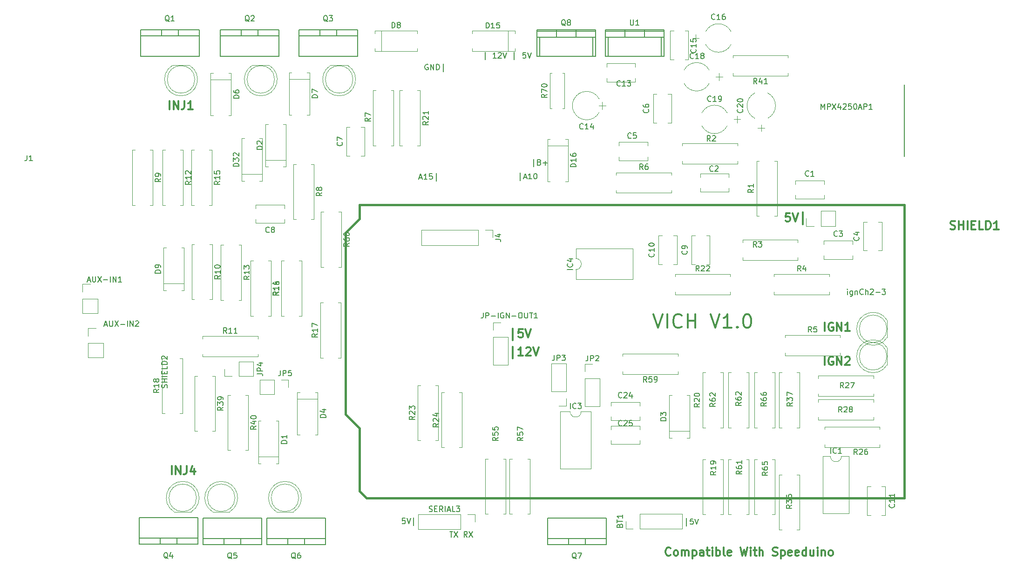
<source format=gto>
G04 #@! TF.FileFunction,Legend,Top*
%FSLAX46Y46*%
G04 Gerber Fmt 4.6, Leading zero omitted, Abs format (unit mm)*
G04 Created by KiCad (PCBNEW 4.0.6+dfsg1-1) date Fri Mar  9 00:23:43 2018*
%MOMM*%
%LPD*%
G01*
G04 APERTURE LIST*
%ADD10C,0.100000*%
%ADD11C,0.200000*%
%ADD12C,0.150000*%
%ADD13C,0.300000*%
%ADD14C,0.120000*%
%ADD15C,0.381000*%
%ADD16C,0.304800*%
G04 APERTURE END LIST*
D10*
D11*
X147800952Y-68665714D02*
X147800952Y-67237143D01*
X149800953Y-68332381D02*
X149229524Y-68332381D01*
X149515238Y-68332381D02*
X149515238Y-67332381D01*
X149420000Y-67475238D01*
X149324762Y-67570476D01*
X149229524Y-67618095D01*
X150181905Y-67427619D02*
X150229524Y-67380000D01*
X150324762Y-67332381D01*
X150562858Y-67332381D01*
X150658096Y-67380000D01*
X150705715Y-67427619D01*
X150753334Y-67522857D01*
X150753334Y-67618095D01*
X150705715Y-67760952D01*
X150134286Y-68332381D01*
X150753334Y-68332381D01*
X151039048Y-67332381D02*
X151372381Y-68332381D01*
X151705715Y-67332381D01*
X153039048Y-68665714D02*
X153039048Y-67237143D01*
X156610952Y-88135714D02*
X156610952Y-86707143D01*
X157658572Y-87278571D02*
X157801429Y-87326190D01*
X157849048Y-87373810D01*
X157896667Y-87469048D01*
X157896667Y-87611905D01*
X157849048Y-87707143D01*
X157801429Y-87754762D01*
X157706191Y-87802381D01*
X157325238Y-87802381D01*
X157325238Y-86802381D01*
X157658572Y-86802381D01*
X157753810Y-86850000D01*
X157801429Y-86897619D01*
X157849048Y-86992857D01*
X157849048Y-87088095D01*
X157801429Y-87183333D01*
X157753810Y-87230952D01*
X157658572Y-87278571D01*
X157325238Y-87278571D01*
X158325238Y-87421429D02*
X159087143Y-87421429D01*
X158706191Y-87802381D02*
X158706191Y-87040476D01*
X155159524Y-67352381D02*
X154683333Y-67352381D01*
X154635714Y-67828571D01*
X154683333Y-67780952D01*
X154778571Y-67733333D01*
X155016667Y-67733333D01*
X155111905Y-67780952D01*
X155159524Y-67828571D01*
X155207143Y-67923810D01*
X155207143Y-68161905D01*
X155159524Y-68257143D01*
X155111905Y-68304762D01*
X155016667Y-68352381D01*
X154778571Y-68352381D01*
X154683333Y-68304762D01*
X154635714Y-68257143D01*
X155492857Y-67352381D02*
X155826190Y-68352381D01*
X156159524Y-67352381D01*
X137401905Y-69530000D02*
X137306667Y-69482381D01*
X137163810Y-69482381D01*
X137020952Y-69530000D01*
X136925714Y-69625238D01*
X136878095Y-69720476D01*
X136830476Y-69910952D01*
X136830476Y-70053810D01*
X136878095Y-70244286D01*
X136925714Y-70339524D01*
X137020952Y-70434762D01*
X137163810Y-70482381D01*
X137259048Y-70482381D01*
X137401905Y-70434762D01*
X137449524Y-70387143D01*
X137449524Y-70053810D01*
X137259048Y-70053810D01*
X137878095Y-70482381D02*
X137878095Y-69482381D01*
X138449524Y-70482381D01*
X138449524Y-69482381D01*
X138925714Y-70482381D02*
X138925714Y-69482381D01*
X139163809Y-69482381D01*
X139306667Y-69530000D01*
X139401905Y-69625238D01*
X139449524Y-69720476D01*
X139497143Y-69910952D01*
X139497143Y-70053810D01*
X139449524Y-70244286D01*
X139401905Y-70339524D01*
X139306667Y-70434762D01*
X139163809Y-70482381D01*
X138925714Y-70482381D01*
X140163809Y-70815714D02*
X140163809Y-69387143D01*
X154169047Y-90665714D02*
X154169047Y-89237143D01*
X154835714Y-90046667D02*
X155311905Y-90046667D01*
X154740476Y-90332381D02*
X155073809Y-89332381D01*
X155407143Y-90332381D01*
X156264286Y-90332381D02*
X155692857Y-90332381D01*
X155978571Y-90332381D02*
X155978571Y-89332381D01*
X155883333Y-89475238D01*
X155788095Y-89570476D01*
X155692857Y-89618095D01*
X156883333Y-89332381D02*
X156978572Y-89332381D01*
X157073810Y-89380000D01*
X157121429Y-89427619D01*
X157169048Y-89522857D01*
X157216667Y-89713333D01*
X157216667Y-89951429D01*
X157169048Y-90141905D01*
X157121429Y-90237143D01*
X157073810Y-90284762D01*
X156978572Y-90332381D01*
X156883333Y-90332381D01*
X156788095Y-90284762D01*
X156740476Y-90237143D01*
X156692857Y-90141905D01*
X156645238Y-89951429D01*
X156645238Y-89713333D01*
X156692857Y-89522857D01*
X156740476Y-89427619D01*
X156788095Y-89380000D01*
X156883333Y-89332381D01*
X135833333Y-90096667D02*
X136309524Y-90096667D01*
X135738095Y-90382381D02*
X136071428Y-89382381D01*
X136404762Y-90382381D01*
X137261905Y-90382381D02*
X136690476Y-90382381D01*
X136976190Y-90382381D02*
X136976190Y-89382381D01*
X136880952Y-89525238D01*
X136785714Y-89620476D01*
X136690476Y-89668095D01*
X138166667Y-89382381D02*
X137690476Y-89382381D01*
X137642857Y-89858571D01*
X137690476Y-89810952D01*
X137785714Y-89763333D01*
X138023810Y-89763333D01*
X138119048Y-89810952D01*
X138166667Y-89858571D01*
X138214286Y-89953810D01*
X138214286Y-90191905D01*
X138166667Y-90287143D01*
X138119048Y-90334762D01*
X138023810Y-90382381D01*
X137785714Y-90382381D01*
X137690476Y-90334762D01*
X137642857Y-90287143D01*
X138880952Y-90715714D02*
X138880952Y-89287143D01*
X184395238Y-153485714D02*
X184395238Y-152057143D01*
X185585715Y-152152381D02*
X185109524Y-152152381D01*
X185061905Y-152628571D01*
X185109524Y-152580952D01*
X185204762Y-152533333D01*
X185442858Y-152533333D01*
X185538096Y-152580952D01*
X185585715Y-152628571D01*
X185633334Y-152723810D01*
X185633334Y-152961905D01*
X185585715Y-153057143D01*
X185538096Y-153104762D01*
X185442858Y-153152381D01*
X185204762Y-153152381D01*
X185109524Y-153104762D01*
X185061905Y-153057143D01*
X185919048Y-152152381D02*
X186252381Y-153152381D01*
X186585715Y-152152381D01*
X144533334Y-155452381D02*
X144200000Y-154976190D01*
X143961905Y-155452381D02*
X143961905Y-154452381D01*
X144342858Y-154452381D01*
X144438096Y-154500000D01*
X144485715Y-154547619D01*
X144533334Y-154642857D01*
X144533334Y-154785714D01*
X144485715Y-154880952D01*
X144438096Y-154928571D01*
X144342858Y-154976190D01*
X143961905Y-154976190D01*
X144866667Y-154452381D02*
X145533334Y-155452381D01*
X145533334Y-154452381D02*
X144866667Y-155452381D01*
X141338095Y-154452381D02*
X141909524Y-154452381D01*
X141623809Y-155452381D02*
X141623809Y-154452381D01*
X142147619Y-154452381D02*
X142814286Y-155452381D01*
X142814286Y-154452381D02*
X142147619Y-155452381D01*
X133233334Y-152052381D02*
X132757143Y-152052381D01*
X132709524Y-152528571D01*
X132757143Y-152480952D01*
X132852381Y-152433333D01*
X133090477Y-152433333D01*
X133185715Y-152480952D01*
X133233334Y-152528571D01*
X133280953Y-152623810D01*
X133280953Y-152861905D01*
X133233334Y-152957143D01*
X133185715Y-153004762D01*
X133090477Y-153052381D01*
X132852381Y-153052381D01*
X132757143Y-153004762D01*
X132709524Y-152957143D01*
X133566667Y-152052381D02*
X133900000Y-153052381D01*
X134233334Y-152052381D01*
X134804762Y-153385714D02*
X134804762Y-151957143D01*
D12*
X194352381Y-130942857D02*
X193876190Y-131276191D01*
X194352381Y-131514286D02*
X193352381Y-131514286D01*
X193352381Y-131133333D01*
X193400000Y-131038095D01*
X193447619Y-130990476D01*
X193542857Y-130942857D01*
X193685714Y-130942857D01*
X193780952Y-130990476D01*
X193828571Y-131038095D01*
X193876190Y-131133333D01*
X193876190Y-131514286D01*
X193352381Y-130085714D02*
X193352381Y-130276191D01*
X193400000Y-130371429D01*
X193447619Y-130419048D01*
X193590476Y-130514286D01*
X193780952Y-130561905D01*
X194161905Y-130561905D01*
X194257143Y-130514286D01*
X194304762Y-130466667D01*
X194352381Y-130371429D01*
X194352381Y-130180952D01*
X194304762Y-130085714D01*
X194257143Y-130038095D01*
X194161905Y-129990476D01*
X193923810Y-129990476D01*
X193828571Y-130038095D01*
X193780952Y-130085714D01*
X193733333Y-130180952D01*
X193733333Y-130371429D01*
X193780952Y-130466667D01*
X193828571Y-130514286D01*
X193923810Y-130561905D01*
X193447619Y-129609524D02*
X193400000Y-129561905D01*
X193352381Y-129466667D01*
X193352381Y-129228571D01*
X193400000Y-129133333D01*
X193447619Y-129085714D01*
X193542857Y-129038095D01*
X193638095Y-129038095D01*
X193780952Y-129085714D01*
X194352381Y-129657143D01*
X194352381Y-129038095D01*
D13*
X203180001Y-96568571D02*
X202465715Y-96568571D01*
X202394286Y-97282857D01*
X202465715Y-97211429D01*
X202608572Y-97140000D01*
X202965715Y-97140000D01*
X203108572Y-97211429D01*
X203180001Y-97282857D01*
X203251429Y-97425714D01*
X203251429Y-97782857D01*
X203180001Y-97925714D01*
X203108572Y-97997143D01*
X202965715Y-98068571D01*
X202608572Y-98068571D01*
X202465715Y-97997143D01*
X202394286Y-97925714D01*
X203680000Y-96568571D02*
X204180000Y-98068571D01*
X204680000Y-96568571D01*
X205537143Y-98568571D02*
X205537143Y-96425714D01*
X90828572Y-144078571D02*
X90828572Y-142578571D01*
X91542858Y-144078571D02*
X91542858Y-142578571D01*
X92400001Y-144078571D01*
X92400001Y-142578571D01*
X93542858Y-142578571D02*
X93542858Y-143650000D01*
X93471430Y-143864286D01*
X93328573Y-144007143D01*
X93114287Y-144078571D01*
X92971430Y-144078571D01*
X94900001Y-143078571D02*
X94900001Y-144078571D01*
X94542858Y-142507143D02*
X94185715Y-143578571D01*
X95114287Y-143578571D01*
X90428572Y-77678571D02*
X90428572Y-76178571D01*
X91142858Y-77678571D02*
X91142858Y-76178571D01*
X92000001Y-77678571D01*
X92000001Y-76178571D01*
X93142858Y-76178571D02*
X93142858Y-77250000D01*
X93071430Y-77464286D01*
X92928573Y-77607143D01*
X92714287Y-77678571D01*
X92571430Y-77678571D01*
X94642858Y-77678571D02*
X93785715Y-77678571D01*
X94214287Y-77678571D02*
X94214287Y-76178571D01*
X94071430Y-76392857D01*
X93928572Y-76535714D01*
X93785715Y-76607143D01*
X209550000Y-124178571D02*
X209550000Y-122678571D01*
X211050000Y-122750000D02*
X210907143Y-122678571D01*
X210692857Y-122678571D01*
X210478572Y-122750000D01*
X210335714Y-122892857D01*
X210264286Y-123035714D01*
X210192857Y-123321429D01*
X210192857Y-123535714D01*
X210264286Y-123821429D01*
X210335714Y-123964286D01*
X210478572Y-124107143D01*
X210692857Y-124178571D01*
X210835714Y-124178571D01*
X211050000Y-124107143D01*
X211121429Y-124035714D01*
X211121429Y-123535714D01*
X210835714Y-123535714D01*
X211764286Y-124178571D02*
X211764286Y-122678571D01*
X212621429Y-124178571D01*
X212621429Y-122678571D01*
X213264286Y-122821429D02*
X213335715Y-122750000D01*
X213478572Y-122678571D01*
X213835715Y-122678571D01*
X213978572Y-122750000D01*
X214050001Y-122821429D01*
X214121429Y-122964286D01*
X214121429Y-123107143D01*
X214050001Y-123321429D01*
X213192858Y-124178571D01*
X214121429Y-124178571D01*
X209550000Y-117978571D02*
X209550000Y-116478571D01*
X211050000Y-116550000D02*
X210907143Y-116478571D01*
X210692857Y-116478571D01*
X210478572Y-116550000D01*
X210335714Y-116692857D01*
X210264286Y-116835714D01*
X210192857Y-117121429D01*
X210192857Y-117335714D01*
X210264286Y-117621429D01*
X210335714Y-117764286D01*
X210478572Y-117907143D01*
X210692857Y-117978571D01*
X210835714Y-117978571D01*
X211050000Y-117907143D01*
X211121429Y-117835714D01*
X211121429Y-117335714D01*
X210835714Y-117335714D01*
X211764286Y-117978571D02*
X211764286Y-116478571D01*
X212621429Y-117978571D01*
X212621429Y-116478571D01*
X214121429Y-117978571D02*
X213264286Y-117978571D01*
X213692858Y-117978571D02*
X213692858Y-116478571D01*
X213550001Y-116692857D01*
X213407143Y-116835714D01*
X213264286Y-116907143D01*
X178411905Y-114930952D02*
X179245239Y-117430952D01*
X180078572Y-114930952D01*
X180911905Y-117430952D02*
X180911905Y-114930952D01*
X183530953Y-117192857D02*
X183411905Y-117311905D01*
X183054762Y-117430952D01*
X182816667Y-117430952D01*
X182459524Y-117311905D01*
X182221429Y-117073810D01*
X182102381Y-116835714D01*
X181983333Y-116359524D01*
X181983333Y-116002381D01*
X182102381Y-115526190D01*
X182221429Y-115288095D01*
X182459524Y-115050000D01*
X182816667Y-114930952D01*
X183054762Y-114930952D01*
X183411905Y-115050000D01*
X183530953Y-115169048D01*
X184602381Y-117430952D02*
X184602381Y-114930952D01*
X184602381Y-116121429D02*
X186030953Y-116121429D01*
X186030953Y-117430952D02*
X186030953Y-114930952D01*
X188769048Y-114930952D02*
X189602382Y-117430952D01*
X190435715Y-114930952D01*
X192578572Y-117430952D02*
X191150000Y-117430952D01*
X191864286Y-117430952D02*
X191864286Y-114930952D01*
X191626191Y-115288095D01*
X191388096Y-115526190D01*
X191150000Y-115645238D01*
X193650000Y-117192857D02*
X193769048Y-117311905D01*
X193650000Y-117430952D01*
X193530952Y-117311905D01*
X193650000Y-117192857D01*
X193650000Y-117430952D01*
X195316667Y-114930952D02*
X195554762Y-114930952D01*
X195792857Y-115050000D01*
X195911905Y-115169048D01*
X196030952Y-115407143D01*
X196150000Y-115883333D01*
X196150000Y-116478571D01*
X196030952Y-116954762D01*
X195911905Y-117192857D01*
X195792857Y-117311905D01*
X195554762Y-117430952D01*
X195316667Y-117430952D01*
X195078571Y-117311905D01*
X194959524Y-117192857D01*
X194840476Y-116954762D01*
X194721428Y-116478571D01*
X194721428Y-115883333D01*
X194840476Y-115407143D01*
X194959524Y-115169048D01*
X195078571Y-115050000D01*
X195316667Y-114930952D01*
X152828573Y-122978571D02*
X152828573Y-120835714D01*
X154685715Y-122478571D02*
X153828572Y-122478571D01*
X154257144Y-122478571D02*
X154257144Y-120978571D01*
X154114287Y-121192857D01*
X153971429Y-121335714D01*
X153828572Y-121407143D01*
X155257143Y-121121429D02*
X155328572Y-121050000D01*
X155471429Y-120978571D01*
X155828572Y-120978571D01*
X155971429Y-121050000D01*
X156042858Y-121121429D01*
X156114286Y-121264286D01*
X156114286Y-121407143D01*
X156042858Y-121621429D01*
X155185715Y-122478571D01*
X156114286Y-122478571D01*
X156542857Y-120978571D02*
X157042857Y-122478571D01*
X157542857Y-120978571D01*
X152842858Y-119678571D02*
X152842858Y-117535714D01*
X154628572Y-117678571D02*
X153914286Y-117678571D01*
X153842857Y-118392857D01*
X153914286Y-118321429D01*
X154057143Y-118250000D01*
X154414286Y-118250000D01*
X154557143Y-118321429D01*
X154628572Y-118392857D01*
X154700000Y-118535714D01*
X154700000Y-118892857D01*
X154628572Y-119035714D01*
X154557143Y-119107143D01*
X154414286Y-119178571D01*
X154057143Y-119178571D01*
X153914286Y-119107143D01*
X153842857Y-119035714D01*
X155128571Y-117678571D02*
X155628571Y-119178571D01*
X156128571Y-117678571D01*
X181514286Y-158735714D02*
X181442857Y-158807143D01*
X181228571Y-158878571D01*
X181085714Y-158878571D01*
X180871429Y-158807143D01*
X180728571Y-158664286D01*
X180657143Y-158521429D01*
X180585714Y-158235714D01*
X180585714Y-158021429D01*
X180657143Y-157735714D01*
X180728571Y-157592857D01*
X180871429Y-157450000D01*
X181085714Y-157378571D01*
X181228571Y-157378571D01*
X181442857Y-157450000D01*
X181514286Y-157521429D01*
X182371429Y-158878571D02*
X182228571Y-158807143D01*
X182157143Y-158735714D01*
X182085714Y-158592857D01*
X182085714Y-158164286D01*
X182157143Y-158021429D01*
X182228571Y-157950000D01*
X182371429Y-157878571D01*
X182585714Y-157878571D01*
X182728571Y-157950000D01*
X182800000Y-158021429D01*
X182871429Y-158164286D01*
X182871429Y-158592857D01*
X182800000Y-158735714D01*
X182728571Y-158807143D01*
X182585714Y-158878571D01*
X182371429Y-158878571D01*
X183514286Y-158878571D02*
X183514286Y-157878571D01*
X183514286Y-158021429D02*
X183585714Y-157950000D01*
X183728572Y-157878571D01*
X183942857Y-157878571D01*
X184085714Y-157950000D01*
X184157143Y-158092857D01*
X184157143Y-158878571D01*
X184157143Y-158092857D02*
X184228572Y-157950000D01*
X184371429Y-157878571D01*
X184585714Y-157878571D01*
X184728572Y-157950000D01*
X184800000Y-158092857D01*
X184800000Y-158878571D01*
X185514286Y-157878571D02*
X185514286Y-159378571D01*
X185514286Y-157950000D02*
X185657143Y-157878571D01*
X185942857Y-157878571D01*
X186085714Y-157950000D01*
X186157143Y-158021429D01*
X186228572Y-158164286D01*
X186228572Y-158592857D01*
X186157143Y-158735714D01*
X186085714Y-158807143D01*
X185942857Y-158878571D01*
X185657143Y-158878571D01*
X185514286Y-158807143D01*
X187514286Y-158878571D02*
X187514286Y-158092857D01*
X187442857Y-157950000D01*
X187300000Y-157878571D01*
X187014286Y-157878571D01*
X186871429Y-157950000D01*
X187514286Y-158807143D02*
X187371429Y-158878571D01*
X187014286Y-158878571D01*
X186871429Y-158807143D01*
X186800000Y-158664286D01*
X186800000Y-158521429D01*
X186871429Y-158378571D01*
X187014286Y-158307143D01*
X187371429Y-158307143D01*
X187514286Y-158235714D01*
X188014286Y-157878571D02*
X188585715Y-157878571D01*
X188228572Y-157378571D02*
X188228572Y-158664286D01*
X188300000Y-158807143D01*
X188442858Y-158878571D01*
X188585715Y-158878571D01*
X189085715Y-158878571D02*
X189085715Y-157878571D01*
X189085715Y-157378571D02*
X189014286Y-157450000D01*
X189085715Y-157521429D01*
X189157143Y-157450000D01*
X189085715Y-157378571D01*
X189085715Y-157521429D01*
X189800001Y-158878571D02*
X189800001Y-157378571D01*
X189800001Y-157950000D02*
X189942858Y-157878571D01*
X190228572Y-157878571D01*
X190371429Y-157950000D01*
X190442858Y-158021429D01*
X190514287Y-158164286D01*
X190514287Y-158592857D01*
X190442858Y-158735714D01*
X190371429Y-158807143D01*
X190228572Y-158878571D01*
X189942858Y-158878571D01*
X189800001Y-158807143D01*
X191371430Y-158878571D02*
X191228572Y-158807143D01*
X191157144Y-158664286D01*
X191157144Y-157378571D01*
X192514286Y-158807143D02*
X192371429Y-158878571D01*
X192085715Y-158878571D01*
X191942858Y-158807143D01*
X191871429Y-158664286D01*
X191871429Y-158092857D01*
X191942858Y-157950000D01*
X192085715Y-157878571D01*
X192371429Y-157878571D01*
X192514286Y-157950000D01*
X192585715Y-158092857D01*
X192585715Y-158235714D01*
X191871429Y-158378571D01*
X194228572Y-157378571D02*
X194585715Y-158878571D01*
X194871429Y-157807143D01*
X195157143Y-158878571D01*
X195514286Y-157378571D01*
X196085715Y-158878571D02*
X196085715Y-157878571D01*
X196085715Y-157378571D02*
X196014286Y-157450000D01*
X196085715Y-157521429D01*
X196157143Y-157450000D01*
X196085715Y-157378571D01*
X196085715Y-157521429D01*
X196585715Y-157878571D02*
X197157144Y-157878571D01*
X196800001Y-157378571D02*
X196800001Y-158664286D01*
X196871429Y-158807143D01*
X197014287Y-158878571D01*
X197157144Y-158878571D01*
X197657144Y-158878571D02*
X197657144Y-157378571D01*
X198300001Y-158878571D02*
X198300001Y-158092857D01*
X198228572Y-157950000D01*
X198085715Y-157878571D01*
X197871430Y-157878571D01*
X197728572Y-157950000D01*
X197657144Y-158021429D01*
X200085715Y-158807143D02*
X200300001Y-158878571D01*
X200657144Y-158878571D01*
X200800001Y-158807143D01*
X200871430Y-158735714D01*
X200942858Y-158592857D01*
X200942858Y-158450000D01*
X200871430Y-158307143D01*
X200800001Y-158235714D01*
X200657144Y-158164286D01*
X200371430Y-158092857D01*
X200228572Y-158021429D01*
X200157144Y-157950000D01*
X200085715Y-157807143D01*
X200085715Y-157664286D01*
X200157144Y-157521429D01*
X200228572Y-157450000D01*
X200371430Y-157378571D01*
X200728572Y-157378571D01*
X200942858Y-157450000D01*
X201585715Y-157878571D02*
X201585715Y-159378571D01*
X201585715Y-157950000D02*
X201728572Y-157878571D01*
X202014286Y-157878571D01*
X202157143Y-157950000D01*
X202228572Y-158021429D01*
X202300001Y-158164286D01*
X202300001Y-158592857D01*
X202228572Y-158735714D01*
X202157143Y-158807143D01*
X202014286Y-158878571D01*
X201728572Y-158878571D01*
X201585715Y-158807143D01*
X203514286Y-158807143D02*
X203371429Y-158878571D01*
X203085715Y-158878571D01*
X202942858Y-158807143D01*
X202871429Y-158664286D01*
X202871429Y-158092857D01*
X202942858Y-157950000D01*
X203085715Y-157878571D01*
X203371429Y-157878571D01*
X203514286Y-157950000D01*
X203585715Y-158092857D01*
X203585715Y-158235714D01*
X202871429Y-158378571D01*
X204800000Y-158807143D02*
X204657143Y-158878571D01*
X204371429Y-158878571D01*
X204228572Y-158807143D01*
X204157143Y-158664286D01*
X204157143Y-158092857D01*
X204228572Y-157950000D01*
X204371429Y-157878571D01*
X204657143Y-157878571D01*
X204800000Y-157950000D01*
X204871429Y-158092857D01*
X204871429Y-158235714D01*
X204157143Y-158378571D01*
X206157143Y-158878571D02*
X206157143Y-157378571D01*
X206157143Y-158807143D02*
X206014286Y-158878571D01*
X205728572Y-158878571D01*
X205585714Y-158807143D01*
X205514286Y-158735714D01*
X205442857Y-158592857D01*
X205442857Y-158164286D01*
X205514286Y-158021429D01*
X205585714Y-157950000D01*
X205728572Y-157878571D01*
X206014286Y-157878571D01*
X206157143Y-157950000D01*
X207514286Y-157878571D02*
X207514286Y-158878571D01*
X206871429Y-157878571D02*
X206871429Y-158664286D01*
X206942857Y-158807143D01*
X207085715Y-158878571D01*
X207300000Y-158878571D01*
X207442857Y-158807143D01*
X207514286Y-158735714D01*
X208228572Y-158878571D02*
X208228572Y-157878571D01*
X208228572Y-157378571D02*
X208157143Y-157450000D01*
X208228572Y-157521429D01*
X208300000Y-157450000D01*
X208228572Y-157378571D01*
X208228572Y-157521429D01*
X208942858Y-157878571D02*
X208942858Y-158878571D01*
X208942858Y-158021429D02*
X209014286Y-157950000D01*
X209157144Y-157878571D01*
X209371429Y-157878571D01*
X209514286Y-157950000D01*
X209585715Y-158092857D01*
X209585715Y-158878571D01*
X210514287Y-158878571D02*
X210371429Y-158807143D01*
X210300001Y-158735714D01*
X210228572Y-158592857D01*
X210228572Y-158164286D01*
X210300001Y-158021429D01*
X210371429Y-157950000D01*
X210514287Y-157878571D01*
X210728572Y-157878571D01*
X210871429Y-157950000D01*
X210942858Y-158021429D01*
X211014287Y-158164286D01*
X211014287Y-158592857D01*
X210942858Y-158735714D01*
X210871429Y-158807143D01*
X210728572Y-158878571D01*
X210514287Y-158878571D01*
D14*
X89520000Y-132960000D02*
X89040000Y-132960000D01*
X89040000Y-132960000D02*
X89040000Y-122940000D01*
X89040000Y-122940000D02*
X89520000Y-122940000D01*
X92280000Y-132960000D02*
X92760000Y-132960000D01*
X92760000Y-132960000D02*
X92760000Y-122940000D01*
X92760000Y-122940000D02*
X92280000Y-122940000D01*
X192520000Y-151360000D02*
X192040000Y-151360000D01*
X192040000Y-151360000D02*
X192040000Y-141340000D01*
X192040000Y-141340000D02*
X192520000Y-141340000D01*
X195280000Y-151360000D02*
X195760000Y-151360000D01*
X195760000Y-151360000D02*
X195760000Y-141340000D01*
X195760000Y-141340000D02*
X195280000Y-141340000D01*
X125860000Y-80890000D02*
X125860000Y-86110000D01*
X122540000Y-80890000D02*
X122540000Y-86110000D01*
X125860000Y-80890000D02*
X125196000Y-80890000D01*
X123204000Y-80890000D02*
X122540000Y-80890000D01*
X125860000Y-86110000D02*
X125196000Y-86110000D01*
X123204000Y-86110000D02*
X122540000Y-86110000D01*
X108320000Y-88080000D02*
X107840000Y-88080000D01*
X107840000Y-88080000D02*
X107840000Y-80360000D01*
X107840000Y-80360000D02*
X108320000Y-80360000D01*
X111080000Y-88080000D02*
X111560000Y-88080000D01*
X111560000Y-88080000D02*
X111560000Y-80360000D01*
X111560000Y-80360000D02*
X111080000Y-80360000D01*
X107840000Y-86880000D02*
X111560000Y-86880000D01*
D12*
X224000000Y-73205000D02*
X224000000Y-86205000D01*
D14*
X175110000Y-72660000D02*
X169890000Y-72660000D01*
X175110000Y-69340000D02*
X169890000Y-69340000D01*
X175110000Y-72660000D02*
X175110000Y-71996000D01*
X175110000Y-70004000D02*
X175110000Y-69340000D01*
X169890000Y-72660000D02*
X169890000Y-71996000D01*
X169890000Y-70004000D02*
X169890000Y-69340000D01*
X163944278Y-78179723D02*
G75*
G03X168555580Y-78180000I2305722J1179723D01*
G01*
X163944278Y-75820277D02*
G75*
G02X168555580Y-75820000I2305722J-1179723D01*
G01*
X163944278Y-75820277D02*
G75*
G03X163944420Y-78180000I2305722J-1179723D01*
G01*
X169700000Y-77000000D02*
X168500000Y-77000000D01*
X169100000Y-77650000D02*
X169100000Y-76350000D01*
X181440000Y-68610000D02*
X181440000Y-63390000D01*
X184760000Y-68610000D02*
X184760000Y-63390000D01*
X181440000Y-68610000D02*
X182104000Y-68610000D01*
X184096000Y-68610000D02*
X184760000Y-68610000D01*
X181440000Y-63390000D02*
X182104000Y-63390000D01*
X184096000Y-63390000D02*
X184760000Y-63390000D01*
X192505722Y-63520277D02*
G75*
G03X187894420Y-63520000I-2305722J-1179723D01*
G01*
X192505722Y-65879723D02*
G75*
G02X187894420Y-65880000I-2305722J1179723D01*
G01*
X185500000Y-64700000D02*
X186700000Y-64700000D01*
X186100000Y-64050000D02*
X186100000Y-65350000D01*
X153190000Y-66630000D02*
X153190000Y-67110000D01*
X153190000Y-67110000D02*
X145470000Y-67110000D01*
X145470000Y-67110000D02*
X145470000Y-66630000D01*
X153190000Y-63870000D02*
X153190000Y-63390000D01*
X153190000Y-63390000D02*
X145470000Y-63390000D01*
X145470000Y-63390000D02*
X145470000Y-63870000D01*
X151990000Y-67110000D02*
X151990000Y-63390000D01*
X162380000Y-83060000D02*
X162860000Y-83060000D01*
X162860000Y-83060000D02*
X162860000Y-90780000D01*
X162860000Y-90780000D02*
X162380000Y-90780000D01*
X159620000Y-83060000D02*
X159140000Y-83060000D01*
X159140000Y-83060000D02*
X159140000Y-90780000D01*
X159140000Y-90780000D02*
X159620000Y-90780000D01*
X162860000Y-84260000D02*
X159140000Y-84260000D01*
X183944278Y-72929723D02*
G75*
G03X188555580Y-72930000I2305722J1179723D01*
G01*
X183944278Y-70570277D02*
G75*
G02X188555580Y-70570000I2305722J-1179723D01*
G01*
X190950000Y-71750000D02*
X189750000Y-71750000D01*
X190350000Y-72400000D02*
X190350000Y-71100000D01*
X187194278Y-80679723D02*
G75*
G03X191805580Y-80680000I2305722J1179723D01*
G01*
X187194278Y-78320277D02*
G75*
G02X191805580Y-78320000I2305722J-1179723D01*
G01*
X194200000Y-79500000D02*
X193000000Y-79500000D01*
X193600000Y-80150000D02*
X193600000Y-78850000D01*
X196820277Y-74694278D02*
G75*
G03X196820000Y-79305580I1179723J-2305722D01*
G01*
X199179723Y-74694278D02*
G75*
G02X199180000Y-79305580I-1179723J-2305722D01*
G01*
X198000000Y-81700000D02*
X198000000Y-80500000D01*
X197350000Y-81100000D02*
X198650000Y-81100000D01*
X202860000Y-71080000D02*
X202860000Y-71560000D01*
X202860000Y-71560000D02*
X192840000Y-71560000D01*
X192840000Y-71560000D02*
X192840000Y-71080000D01*
X202860000Y-68320000D02*
X202860000Y-67840000D01*
X202860000Y-67840000D02*
X192840000Y-67840000D01*
X192840000Y-67840000D02*
X192840000Y-68320000D01*
X121180000Y-96340000D02*
X121660000Y-96340000D01*
X121660000Y-96340000D02*
X121660000Y-106360000D01*
X121660000Y-106360000D02*
X121180000Y-106360000D01*
X118420000Y-96340000D02*
X117940000Y-96340000D01*
X117940000Y-96340000D02*
X117940000Y-106360000D01*
X117940000Y-106360000D02*
X118420000Y-106360000D01*
X204190000Y-90640000D02*
X209410000Y-90640000D01*
X204190000Y-93960000D02*
X209410000Y-93960000D01*
X204190000Y-90640000D02*
X204190000Y-91304000D01*
X204190000Y-93296000D02*
X204190000Y-93960000D01*
X209410000Y-90640000D02*
X209410000Y-91304000D01*
X209410000Y-93296000D02*
X209410000Y-93960000D01*
X186890000Y-89340000D02*
X192110000Y-89340000D01*
X186890000Y-92660000D02*
X192110000Y-92660000D01*
X186890000Y-89340000D02*
X186890000Y-90004000D01*
X186890000Y-91996000D02*
X186890000Y-92660000D01*
X192110000Y-89340000D02*
X192110000Y-90004000D01*
X192110000Y-91996000D02*
X192110000Y-92660000D01*
X209390000Y-101590000D02*
X214610000Y-101590000D01*
X209390000Y-104910000D02*
X214610000Y-104910000D01*
X209390000Y-101590000D02*
X209390000Y-102254000D01*
X209390000Y-104246000D02*
X209390000Y-104910000D01*
X214610000Y-101590000D02*
X214610000Y-102254000D01*
X214610000Y-104246000D02*
X214610000Y-104910000D01*
X216590000Y-103360000D02*
X216590000Y-98140000D01*
X219910000Y-103360000D02*
X219910000Y-98140000D01*
X216590000Y-103360000D02*
X217254000Y-103360000D01*
X219246000Y-103360000D02*
X219910000Y-103360000D01*
X216590000Y-98140000D02*
X217254000Y-98140000D01*
X219246000Y-98140000D02*
X219910000Y-98140000D01*
X177370000Y-86970000D02*
X172150000Y-86970000D01*
X177370000Y-83650000D02*
X172150000Y-83650000D01*
X177370000Y-86970000D02*
X177370000Y-86306000D01*
X177370000Y-84314000D02*
X177370000Y-83650000D01*
X172150000Y-86970000D02*
X172150000Y-86306000D01*
X172150000Y-84314000D02*
X172150000Y-83650000D01*
X178340000Y-80110000D02*
X178340000Y-74890000D01*
X181660000Y-80110000D02*
X181660000Y-74890000D01*
X178340000Y-80110000D02*
X179004000Y-80110000D01*
X180996000Y-80110000D02*
X181660000Y-80110000D01*
X178340000Y-74890000D02*
X179004000Y-74890000D01*
X180996000Y-74890000D02*
X181660000Y-74890000D01*
X111310000Y-98360000D02*
X106090000Y-98360000D01*
X111310000Y-95040000D02*
X106090000Y-95040000D01*
X111310000Y-98360000D02*
X111310000Y-97696000D01*
X111310000Y-95704000D02*
X111310000Y-95040000D01*
X106090000Y-98360000D02*
X106090000Y-97696000D01*
X106090000Y-95704000D02*
X106090000Y-95040000D01*
X185340000Y-105860000D02*
X185340000Y-100640000D01*
X188660000Y-105860000D02*
X188660000Y-100640000D01*
X185340000Y-105860000D02*
X186004000Y-105860000D01*
X187996000Y-105860000D02*
X188660000Y-105860000D01*
X185340000Y-100640000D02*
X186004000Y-100640000D01*
X187996000Y-100640000D02*
X188660000Y-100640000D01*
X179340000Y-105860000D02*
X179340000Y-100640000D01*
X182660000Y-105860000D02*
X182660000Y-100640000D01*
X179340000Y-105860000D02*
X180004000Y-105860000D01*
X181996000Y-105860000D02*
X182660000Y-105860000D01*
X179340000Y-100640000D02*
X180004000Y-100640000D01*
X181996000Y-100640000D02*
X182660000Y-100640000D01*
X164280000Y-106810000D02*
X164280000Y-108580000D01*
X164280000Y-108580000D02*
X174680000Y-108580000D01*
X174680000Y-108580000D02*
X174680000Y-103040000D01*
X174680000Y-103040000D02*
X164280000Y-103040000D01*
X164280000Y-103040000D02*
X164280000Y-104810000D01*
X164280000Y-104810000D02*
G75*
G02X164280000Y-106810000I0J-1000000D01*
G01*
X197620000Y-97060000D02*
X197140000Y-97060000D01*
X197140000Y-97060000D02*
X197140000Y-87040000D01*
X197140000Y-87040000D02*
X197620000Y-87040000D01*
X200380000Y-97060000D02*
X200860000Y-97060000D01*
X200860000Y-97060000D02*
X200860000Y-87040000D01*
X200860000Y-87040000D02*
X200380000Y-87040000D01*
X193660000Y-87080000D02*
X193660000Y-87560000D01*
X193660000Y-87560000D02*
X183640000Y-87560000D01*
X183640000Y-87560000D02*
X183640000Y-87080000D01*
X193660000Y-84320000D02*
X193660000Y-83840000D01*
X193660000Y-83840000D02*
X183640000Y-83840000D01*
X183640000Y-83840000D02*
X183640000Y-84320000D01*
X194640000Y-101870000D02*
X194640000Y-101390000D01*
X194640000Y-101390000D02*
X204660000Y-101390000D01*
X204660000Y-101390000D02*
X204660000Y-101870000D01*
X194640000Y-104630000D02*
X194640000Y-105110000D01*
X194640000Y-105110000D02*
X204660000Y-105110000D01*
X204660000Y-105110000D02*
X204660000Y-104630000D01*
X200340000Y-108120000D02*
X200340000Y-107640000D01*
X200340000Y-107640000D02*
X210360000Y-107640000D01*
X210360000Y-107640000D02*
X210360000Y-108120000D01*
X200340000Y-110880000D02*
X200340000Y-111360000D01*
X200340000Y-111360000D02*
X210360000Y-111360000D01*
X210360000Y-111360000D02*
X210360000Y-110880000D01*
X171640000Y-89640000D02*
X171640000Y-89160000D01*
X171640000Y-89160000D02*
X181660000Y-89160000D01*
X181660000Y-89160000D02*
X181660000Y-89640000D01*
X171640000Y-92400000D02*
X171640000Y-92880000D01*
X171640000Y-92880000D02*
X181660000Y-92880000D01*
X181660000Y-92880000D02*
X181660000Y-92400000D01*
X132720000Y-84260000D02*
X132240000Y-84260000D01*
X132240000Y-84260000D02*
X132240000Y-74240000D01*
X132240000Y-74240000D02*
X132720000Y-74240000D01*
X135480000Y-84260000D02*
X135960000Y-84260000D01*
X135960000Y-84260000D02*
X135960000Y-74240000D01*
X135960000Y-74240000D02*
X135480000Y-74240000D01*
X116180000Y-87640000D02*
X116660000Y-87640000D01*
X116660000Y-87640000D02*
X116660000Y-97660000D01*
X116660000Y-97660000D02*
X116180000Y-97660000D01*
X113420000Y-87640000D02*
X112940000Y-87640000D01*
X112940000Y-87640000D02*
X112940000Y-97660000D01*
X112940000Y-97660000D02*
X113420000Y-97660000D01*
X130680000Y-74240000D02*
X131160000Y-74240000D01*
X131160000Y-74240000D02*
X131160000Y-84260000D01*
X131160000Y-84260000D02*
X130680000Y-84260000D01*
X127920000Y-74240000D02*
X127440000Y-74240000D01*
X127440000Y-74240000D02*
X127440000Y-84260000D01*
X127440000Y-84260000D02*
X127920000Y-84260000D01*
X182340000Y-108120000D02*
X182340000Y-107640000D01*
X182340000Y-107640000D02*
X192360000Y-107640000D01*
X192360000Y-107640000D02*
X192360000Y-108120000D01*
X182340000Y-110880000D02*
X182340000Y-111360000D01*
X182340000Y-111360000D02*
X192360000Y-111360000D01*
X192360000Y-111360000D02*
X192360000Y-110880000D01*
X101130000Y-71060000D02*
X101610000Y-71060000D01*
X101610000Y-71060000D02*
X101610000Y-78780000D01*
X101610000Y-78780000D02*
X101130000Y-78780000D01*
X98370000Y-71060000D02*
X97890000Y-71060000D01*
X97890000Y-71060000D02*
X97890000Y-78780000D01*
X97890000Y-78780000D02*
X98370000Y-78780000D01*
X101610000Y-72260000D02*
X97890000Y-72260000D01*
X115380000Y-70970000D02*
X115860000Y-70970000D01*
X115860000Y-70970000D02*
X115860000Y-78690000D01*
X115860000Y-78690000D02*
X115380000Y-78690000D01*
X112620000Y-70970000D02*
X112140000Y-70970000D01*
X112140000Y-70970000D02*
X112140000Y-78690000D01*
X112140000Y-78690000D02*
X112620000Y-78690000D01*
X115860000Y-72170000D02*
X112140000Y-72170000D01*
X127720000Y-63870000D02*
X127720000Y-63390000D01*
X127720000Y-63390000D02*
X135440000Y-63390000D01*
X135440000Y-63390000D02*
X135440000Y-63870000D01*
X127720000Y-66630000D02*
X127720000Y-67110000D01*
X127720000Y-67110000D02*
X135440000Y-67110000D01*
X135440000Y-67110000D02*
X135440000Y-66630000D01*
X128920000Y-63390000D02*
X128920000Y-67110000D01*
X92499538Y-75220000D02*
G75*
G03X94044830Y-69670000I462J2990000D01*
G01*
X92500462Y-75220000D02*
G75*
G02X90955170Y-69670000I-462J2990000D01*
G01*
X95000000Y-72230000D02*
G75*
G03X95000000Y-72230000I-2500000J0D01*
G01*
X94045000Y-69670000D02*
X90955000Y-69670000D01*
X106999538Y-75220000D02*
G75*
G03X108544830Y-69670000I462J2990000D01*
G01*
X107000462Y-75220000D02*
G75*
G02X105455170Y-69670000I-462J2990000D01*
G01*
X109500000Y-72230000D02*
G75*
G03X109500000Y-72230000I-2500000J0D01*
G01*
X108545000Y-69670000D02*
X105455000Y-69670000D01*
X121249538Y-75220000D02*
G75*
G03X122794830Y-69670000I462J2990000D01*
G01*
X121250462Y-75220000D02*
G75*
G02X119705170Y-69670000I-462J2990000D01*
G01*
X123750000Y-72230000D02*
G75*
G03X123750000Y-72230000I-2500000J0D01*
G01*
X122795000Y-69670000D02*
X119705000Y-69670000D01*
D12*
X88936000Y-63202000D02*
X88936000Y-64345000D01*
X91984000Y-63202000D02*
X91984000Y-64345000D01*
X95794000Y-64345000D02*
X95794000Y-68028000D01*
X95794000Y-68028000D02*
X85126000Y-68028000D01*
X85126000Y-68028000D02*
X85126000Y-64345000D01*
X95794000Y-63202000D02*
X95794000Y-64345000D01*
X95794000Y-64345000D02*
X85126000Y-64345000D01*
X85126000Y-64345000D02*
X85126000Y-63202000D01*
X90460000Y-63202000D02*
X85126000Y-63202000D01*
X90460000Y-63202000D02*
X95794000Y-63202000D01*
X103476000Y-63202000D02*
X103476000Y-64345000D01*
X106524000Y-63202000D02*
X106524000Y-64345000D01*
X110334000Y-64345000D02*
X110334000Y-68028000D01*
X110334000Y-68028000D02*
X99666000Y-68028000D01*
X99666000Y-68028000D02*
X99666000Y-64345000D01*
X110334000Y-63202000D02*
X110334000Y-64345000D01*
X110334000Y-64345000D02*
X99666000Y-64345000D01*
X99666000Y-64345000D02*
X99666000Y-63202000D01*
X105000000Y-63202000D02*
X99666000Y-63202000D01*
X105000000Y-63202000D02*
X110334000Y-63202000D01*
X117726000Y-63202000D02*
X117726000Y-64345000D01*
X120774000Y-63202000D02*
X120774000Y-64345000D01*
X124584000Y-64345000D02*
X124584000Y-68028000D01*
X124584000Y-68028000D02*
X113916000Y-68028000D01*
X113916000Y-68028000D02*
X113916000Y-64345000D01*
X124584000Y-63202000D02*
X124584000Y-64345000D01*
X124584000Y-64345000D02*
X113916000Y-64345000D01*
X113916000Y-64345000D02*
X113916000Y-63202000D01*
X119250000Y-63202000D02*
X113916000Y-63202000D01*
X119250000Y-63202000D02*
X124584000Y-63202000D01*
D14*
X86880000Y-85090000D02*
X87360000Y-85090000D01*
X87360000Y-85090000D02*
X87360000Y-95110000D01*
X87360000Y-95110000D02*
X86880000Y-95110000D01*
X84120000Y-85090000D02*
X83640000Y-85090000D01*
X83640000Y-85090000D02*
X83640000Y-95110000D01*
X83640000Y-95110000D02*
X84120000Y-95110000D01*
X97680000Y-102240000D02*
X98160000Y-102240000D01*
X98160000Y-102240000D02*
X98160000Y-112260000D01*
X98160000Y-112260000D02*
X97680000Y-112260000D01*
X94920000Y-102240000D02*
X94440000Y-102240000D01*
X94440000Y-102240000D02*
X94440000Y-112260000D01*
X94440000Y-112260000D02*
X94920000Y-112260000D01*
X96440000Y-119420000D02*
X96440000Y-118940000D01*
X96440000Y-118940000D02*
X106460000Y-118940000D01*
X106460000Y-118940000D02*
X106460000Y-119420000D01*
X96440000Y-122180000D02*
X96440000Y-122660000D01*
X96440000Y-122660000D02*
X106460000Y-122660000D01*
X106460000Y-122660000D02*
X106460000Y-122180000D01*
X92380000Y-85090000D02*
X92860000Y-85090000D01*
X92860000Y-85090000D02*
X92860000Y-95110000D01*
X92860000Y-95110000D02*
X92380000Y-95110000D01*
X89620000Y-85090000D02*
X89140000Y-85090000D01*
X89140000Y-85090000D02*
X89140000Y-95110000D01*
X89140000Y-95110000D02*
X89620000Y-95110000D01*
X102980000Y-102340000D02*
X103460000Y-102340000D01*
X103460000Y-102340000D02*
X103460000Y-112360000D01*
X103460000Y-112360000D02*
X102980000Y-112360000D01*
X100220000Y-102340000D02*
X99740000Y-102340000D01*
X99740000Y-102340000D02*
X99740000Y-112360000D01*
X99740000Y-112360000D02*
X100220000Y-112360000D01*
X111220000Y-115260000D02*
X110740000Y-115260000D01*
X110740000Y-115260000D02*
X110740000Y-105240000D01*
X110740000Y-105240000D02*
X111220000Y-105240000D01*
X113980000Y-115260000D02*
X114460000Y-115260000D01*
X114460000Y-115260000D02*
X114460000Y-105240000D01*
X114460000Y-105240000D02*
X113980000Y-105240000D01*
X97630000Y-85090000D02*
X98110000Y-85090000D01*
X98110000Y-85090000D02*
X98110000Y-95110000D01*
X98110000Y-95110000D02*
X97630000Y-95110000D01*
X94870000Y-85090000D02*
X94390000Y-85090000D01*
X94390000Y-85090000D02*
X94390000Y-95110000D01*
X94390000Y-95110000D02*
X94870000Y-95110000D01*
X108380000Y-105240000D02*
X108860000Y-105240000D01*
X108860000Y-105240000D02*
X108860000Y-115260000D01*
X108860000Y-115260000D02*
X108380000Y-115260000D01*
X105620000Y-105240000D02*
X105140000Y-105240000D01*
X105140000Y-105240000D02*
X105140000Y-115260000D01*
X105140000Y-115260000D02*
X105620000Y-115260000D01*
X118320000Y-122860000D02*
X117840000Y-122860000D01*
X117840000Y-122860000D02*
X117840000Y-112840000D01*
X117840000Y-112840000D02*
X118320000Y-112840000D01*
X121080000Y-122860000D02*
X121560000Y-122860000D01*
X121560000Y-122860000D02*
X121560000Y-112840000D01*
X121560000Y-112840000D02*
X121080000Y-112840000D01*
X89820000Y-110580000D02*
X89340000Y-110580000D01*
X89340000Y-110580000D02*
X89340000Y-102860000D01*
X89340000Y-102860000D02*
X89820000Y-102860000D01*
X92580000Y-110580000D02*
X93060000Y-110580000D01*
X93060000Y-110580000D02*
X93060000Y-102860000D01*
X93060000Y-102860000D02*
X92580000Y-102860000D01*
X89340000Y-109380000D02*
X93060000Y-109380000D01*
X92800462Y-145340000D02*
G75*
G03X91255170Y-150890000I-462J-2990000D01*
G01*
X92799538Y-145340000D02*
G75*
G02X94344830Y-150890000I462J-2990000D01*
G01*
X95300000Y-148330000D02*
G75*
G03X95300000Y-148330000I-2500000J0D01*
G01*
X91255000Y-150890000D02*
X94345000Y-150890000D01*
X99800462Y-145340000D02*
G75*
G03X98255170Y-150890000I-462J-2990000D01*
G01*
X99799538Y-145340000D02*
G75*
G02X101344830Y-150890000I462J-2990000D01*
G01*
X102300000Y-148330000D02*
G75*
G03X102300000Y-148330000I-2500000J0D01*
G01*
X98255000Y-150890000D02*
X101345000Y-150890000D01*
X111400462Y-145340000D02*
G75*
G03X109855170Y-150890000I-462J-2990000D01*
G01*
X111399538Y-145340000D02*
G75*
G02X112944830Y-150890000I462J-2990000D01*
G01*
X113900000Y-148330000D02*
G75*
G03X113900000Y-148330000I-2500000J0D01*
G01*
X109855000Y-150890000D02*
X112945000Y-150890000D01*
D12*
X91734000Y-156798000D02*
X91734000Y-155655000D01*
X88686000Y-156798000D02*
X88686000Y-155655000D01*
X84876000Y-155655000D02*
X84876000Y-151972000D01*
X84876000Y-151972000D02*
X95544000Y-151972000D01*
X95544000Y-151972000D02*
X95544000Y-155655000D01*
X84876000Y-156798000D02*
X84876000Y-155655000D01*
X84876000Y-155655000D02*
X95544000Y-155655000D01*
X95544000Y-155655000D02*
X95544000Y-156798000D01*
X90210000Y-156798000D02*
X95544000Y-156798000D01*
X90210000Y-156798000D02*
X84876000Y-156798000D01*
X103364000Y-156848000D02*
X103364000Y-155705000D01*
X100316000Y-156848000D02*
X100316000Y-155705000D01*
X96506000Y-155705000D02*
X96506000Y-152022000D01*
X96506000Y-152022000D02*
X107174000Y-152022000D01*
X107174000Y-152022000D02*
X107174000Y-155705000D01*
X96506000Y-156848000D02*
X96506000Y-155705000D01*
X96506000Y-155705000D02*
X107174000Y-155705000D01*
X107174000Y-155705000D02*
X107174000Y-156848000D01*
X101840000Y-156848000D02*
X107174000Y-156848000D01*
X101840000Y-156848000D02*
X96506000Y-156848000D01*
X114964000Y-156848000D02*
X114964000Y-155705000D01*
X111916000Y-156848000D02*
X111916000Y-155705000D01*
X108106000Y-155705000D02*
X108106000Y-152022000D01*
X108106000Y-152022000D02*
X118774000Y-152022000D01*
X118774000Y-152022000D02*
X118774000Y-155705000D01*
X108106000Y-156848000D02*
X108106000Y-155705000D01*
X108106000Y-155705000D02*
X118774000Y-155705000D01*
X118774000Y-155705000D02*
X118774000Y-156848000D01*
X113440000Y-156848000D02*
X118774000Y-156848000D01*
X113440000Y-156848000D02*
X108106000Y-156848000D01*
D14*
X187820000Y-151360000D02*
X187340000Y-151360000D01*
X187340000Y-151360000D02*
X187340000Y-141340000D01*
X187340000Y-141340000D02*
X187820000Y-141340000D01*
X190580000Y-151360000D02*
X191060000Y-151360000D01*
X191060000Y-151360000D02*
X191060000Y-141340000D01*
X191060000Y-141340000D02*
X190580000Y-141340000D01*
X187820000Y-135560000D02*
X187340000Y-135560000D01*
X187340000Y-135560000D02*
X187340000Y-125540000D01*
X187340000Y-125540000D02*
X187820000Y-125540000D01*
X190580000Y-135560000D02*
X191060000Y-135560000D01*
X191060000Y-135560000D02*
X191060000Y-125540000D01*
X191060000Y-125540000D02*
X190580000Y-125540000D01*
X192520000Y-135560000D02*
X192040000Y-135560000D01*
X192040000Y-135560000D02*
X192040000Y-125540000D01*
X192040000Y-125540000D02*
X192520000Y-125540000D01*
X195280000Y-135560000D02*
X195760000Y-135560000D01*
X195760000Y-135560000D02*
X195760000Y-125540000D01*
X195760000Y-125540000D02*
X195280000Y-125540000D01*
X197220000Y-151360000D02*
X196740000Y-151360000D01*
X196740000Y-151360000D02*
X196740000Y-141340000D01*
X196740000Y-141340000D02*
X197220000Y-141340000D01*
X199980000Y-151360000D02*
X200460000Y-151360000D01*
X200460000Y-151360000D02*
X200460000Y-141340000D01*
X200460000Y-141340000D02*
X199980000Y-141340000D01*
X197220000Y-135560000D02*
X196740000Y-135560000D01*
X196740000Y-135560000D02*
X196740000Y-125540000D01*
X196740000Y-125540000D02*
X197220000Y-125540000D01*
X199980000Y-135560000D02*
X200460000Y-135560000D01*
X200460000Y-135560000D02*
X200460000Y-125540000D01*
X200460000Y-125540000D02*
X199980000Y-125540000D01*
X170690000Y-130940000D02*
X175910000Y-130940000D01*
X170690000Y-134260000D02*
X175910000Y-134260000D01*
X170690000Y-130940000D02*
X170690000Y-131604000D01*
X170690000Y-133596000D02*
X170690000Y-134260000D01*
X175910000Y-130940000D02*
X175910000Y-131604000D01*
X175910000Y-133596000D02*
X175910000Y-134260000D01*
X170690000Y-135240000D02*
X175910000Y-135240000D01*
X170690000Y-138560000D02*
X175910000Y-138560000D01*
X170690000Y-135240000D02*
X170690000Y-135904000D01*
X170690000Y-137896000D02*
X170690000Y-138560000D01*
X175910000Y-135240000D02*
X175910000Y-135904000D01*
X175910000Y-137896000D02*
X175910000Y-138560000D01*
X107020000Y-142080000D02*
X106540000Y-142080000D01*
X106540000Y-142080000D02*
X106540000Y-134360000D01*
X106540000Y-134360000D02*
X107020000Y-134360000D01*
X109780000Y-142080000D02*
X110260000Y-142080000D01*
X110260000Y-142080000D02*
X110260000Y-134360000D01*
X110260000Y-134360000D02*
X109780000Y-134360000D01*
X106540000Y-140880000D02*
X110260000Y-140880000D01*
X181730000Y-137420000D02*
X181250000Y-137420000D01*
X181250000Y-137420000D02*
X181250000Y-129700000D01*
X181250000Y-129700000D02*
X181730000Y-129700000D01*
X184490000Y-137420000D02*
X184970000Y-137420000D01*
X184970000Y-137420000D02*
X184970000Y-129700000D01*
X184970000Y-129700000D02*
X184490000Y-129700000D01*
X181250000Y-136220000D02*
X184970000Y-136220000D01*
X116880000Y-129120000D02*
X117360000Y-129120000D01*
X117360000Y-129120000D02*
X117360000Y-136840000D01*
X117360000Y-136840000D02*
X116880000Y-136840000D01*
X114120000Y-129120000D02*
X113640000Y-129120000D01*
X113640000Y-129120000D02*
X113640000Y-136840000D01*
X113640000Y-136840000D02*
X114120000Y-136840000D01*
X117360000Y-130320000D02*
X113640000Y-130320000D01*
X163250000Y-132650000D02*
X161480000Y-132650000D01*
X161480000Y-132650000D02*
X161480000Y-143050000D01*
X161480000Y-143050000D02*
X167020000Y-143050000D01*
X167020000Y-143050000D02*
X167020000Y-132650000D01*
X167020000Y-132650000D02*
X165250000Y-132650000D01*
X165250000Y-132650000D02*
G75*
G02X163250000Y-132650000I-1000000J0D01*
G01*
X165970000Y-131730000D02*
X168630000Y-131730000D01*
X165970000Y-126590000D02*
X165970000Y-131730000D01*
X168630000Y-126590000D02*
X168630000Y-131730000D01*
X165970000Y-126590000D02*
X168630000Y-126590000D01*
X165970000Y-125320000D02*
X165970000Y-123990000D01*
X165970000Y-123990000D02*
X167300000Y-123990000D01*
X162530000Y-123890000D02*
X159870000Y-123890000D01*
X162530000Y-129030000D02*
X162530000Y-123890000D01*
X159870000Y-129030000D02*
X159870000Y-123890000D01*
X162530000Y-129030000D02*
X159870000Y-129030000D01*
X162530000Y-130300000D02*
X162530000Y-131630000D01*
X162530000Y-131630000D02*
X161200000Y-131630000D01*
X105630000Y-126230000D02*
X105630000Y-123570000D01*
X103030000Y-126230000D02*
X105630000Y-126230000D01*
X103030000Y-123570000D02*
X105630000Y-123570000D01*
X103030000Y-126230000D02*
X103030000Y-123570000D01*
X101760000Y-126230000D02*
X100430000Y-126230000D01*
X100430000Y-126230000D02*
X100430000Y-124900000D01*
X106830000Y-126870000D02*
X106830000Y-129530000D01*
X109430000Y-126870000D02*
X106830000Y-126870000D01*
X109430000Y-129530000D02*
X106830000Y-129530000D01*
X109430000Y-126870000D02*
X109430000Y-129530000D01*
X110700000Y-126870000D02*
X112030000Y-126870000D01*
X112030000Y-126870000D02*
X112030000Y-128200000D01*
X98230000Y-126190000D02*
X98710000Y-126190000D01*
X98710000Y-126190000D02*
X98710000Y-136210000D01*
X98710000Y-136210000D02*
X98230000Y-136210000D01*
X95470000Y-126190000D02*
X94990000Y-126190000D01*
X94990000Y-126190000D02*
X94990000Y-136210000D01*
X94990000Y-136210000D02*
X95470000Y-136210000D01*
X104230000Y-129640000D02*
X104710000Y-129640000D01*
X104710000Y-129640000D02*
X104710000Y-139660000D01*
X104710000Y-139660000D02*
X104230000Y-139660000D01*
X101470000Y-129640000D02*
X100990000Y-129640000D01*
X100990000Y-129640000D02*
X100990000Y-139660000D01*
X100990000Y-139660000D02*
X101470000Y-139660000D01*
D15*
X124960000Y-95000000D02*
X224020000Y-95000000D01*
X126230000Y-148340000D02*
X224020000Y-148340000D01*
X124960000Y-135640000D02*
X124960000Y-147070000D01*
X124960000Y-147070000D02*
X126230000Y-148340000D01*
X224020000Y-95000000D02*
X224020000Y-148340000D01*
X124960000Y-135640000D02*
X122420000Y-133100000D01*
X122420000Y-133100000D02*
X122420000Y-100080000D01*
X122420000Y-100080000D02*
X124960000Y-97540000D01*
X124960000Y-97540000D02*
X124960000Y-95000000D01*
D14*
X183630000Y-153930000D02*
X183630000Y-151270000D01*
X175950000Y-153930000D02*
X183630000Y-153930000D01*
X175950000Y-151270000D02*
X183630000Y-151270000D01*
X175950000Y-153930000D02*
X175950000Y-151270000D01*
X174680000Y-153930000D02*
X173350000Y-153930000D01*
X173350000Y-153930000D02*
X173350000Y-152600000D01*
D12*
X165984000Y-156848000D02*
X165984000Y-155705000D01*
X162936000Y-156848000D02*
X162936000Y-155705000D01*
X159126000Y-155705000D02*
X159126000Y-152022000D01*
X159126000Y-152022000D02*
X169794000Y-152022000D01*
X169794000Y-152022000D02*
X169794000Y-155705000D01*
X159126000Y-156848000D02*
X159126000Y-155705000D01*
X159126000Y-155705000D02*
X169794000Y-155705000D01*
X169794000Y-155705000D02*
X169794000Y-156848000D01*
X164460000Y-156848000D02*
X169794000Y-156848000D01*
X164460000Y-156848000D02*
X159126000Y-156848000D01*
D14*
X151080000Y-141240000D02*
X151560000Y-141240000D01*
X151560000Y-141240000D02*
X151560000Y-151260000D01*
X151560000Y-151260000D02*
X151080000Y-151260000D01*
X148320000Y-141240000D02*
X147840000Y-141240000D01*
X147840000Y-141240000D02*
X147840000Y-151260000D01*
X147840000Y-151260000D02*
X148320000Y-151260000D01*
X152720000Y-151260000D02*
X152240000Y-151260000D01*
X152240000Y-151260000D02*
X152240000Y-141240000D01*
X152240000Y-141240000D02*
X152720000Y-141240000D01*
X155480000Y-151260000D02*
X155960000Y-151260000D01*
X155960000Y-151260000D02*
X155960000Y-141240000D01*
X155960000Y-141240000D02*
X155480000Y-141240000D01*
X182830000Y-125340000D02*
X182830000Y-125820000D01*
X182830000Y-125820000D02*
X172810000Y-125820000D01*
X172810000Y-125820000D02*
X172810000Y-125340000D01*
X182830000Y-122580000D02*
X182830000Y-122100000D01*
X182830000Y-122100000D02*
X172810000Y-122100000D01*
X172810000Y-122100000D02*
X172810000Y-122580000D01*
X210570000Y-140770000D02*
X209200000Y-140770000D01*
X209200000Y-140770000D02*
X209200000Y-151170000D01*
X209200000Y-151170000D02*
X213940000Y-151170000D01*
X213940000Y-151170000D02*
X213940000Y-140770000D01*
X213940000Y-140770000D02*
X212570000Y-140770000D01*
X212570000Y-140770000D02*
G75*
G02X210570000Y-140770000I-1000000J0D01*
G01*
X135650000Y-151370000D02*
X135650000Y-154030000D01*
X143330000Y-151370000D02*
X135650000Y-151370000D01*
X143330000Y-154030000D02*
X135650000Y-154030000D01*
X143330000Y-151370000D02*
X143330000Y-154030000D01*
X144600000Y-151370000D02*
X145930000Y-151370000D01*
X145930000Y-151370000D02*
X145930000Y-152700000D01*
X220550000Y-146250000D02*
X220550000Y-151470000D01*
X217230000Y-146250000D02*
X217230000Y-151470000D01*
X220550000Y-146250000D02*
X219886000Y-146250000D01*
X217894000Y-146250000D02*
X217230000Y-146250000D01*
X220550000Y-151470000D02*
X219886000Y-151470000D01*
X217894000Y-151470000D02*
X217230000Y-151470000D01*
X149270000Y-124200000D02*
X151930000Y-124200000D01*
X149270000Y-119060000D02*
X149270000Y-124200000D01*
X151930000Y-119060000D02*
X151930000Y-124200000D01*
X149270000Y-119060000D02*
X151930000Y-119060000D01*
X149270000Y-117790000D02*
X149270000Y-116460000D01*
X149270000Y-116460000D02*
X150600000Y-116460000D01*
X215340000Y-117589538D02*
G75*
G03X220890000Y-119134830I2990000J-462D01*
G01*
X215340000Y-117590462D02*
G75*
G02X220890000Y-116045170I2990000J462D01*
G01*
X220830000Y-117590000D02*
G75*
G03X220830000Y-117590000I-2500000J0D01*
G01*
X220890000Y-119135000D02*
X220890000Y-116045000D01*
X215340000Y-122589538D02*
G75*
G03X220890000Y-124134830I2990000J-462D01*
G01*
X215340000Y-122590462D02*
G75*
G02X220890000Y-121045170I2990000J462D01*
G01*
X220830000Y-122590000D02*
G75*
G03X220830000Y-122590000I-2500000J0D01*
G01*
X220890000Y-124135000D02*
X220890000Y-121045000D01*
X202310000Y-119210000D02*
X202310000Y-118730000D01*
X202310000Y-118730000D02*
X212330000Y-118730000D01*
X212330000Y-118730000D02*
X212330000Y-119210000D01*
X202310000Y-121970000D02*
X202310000Y-122450000D01*
X202310000Y-122450000D02*
X212330000Y-122450000D01*
X212330000Y-122450000D02*
X212330000Y-121970000D01*
X136030000Y-137890000D02*
X135550000Y-137890000D01*
X135550000Y-137890000D02*
X135550000Y-127870000D01*
X135550000Y-127870000D02*
X136030000Y-127870000D01*
X138790000Y-137890000D02*
X139270000Y-137890000D01*
X139270000Y-137890000D02*
X139270000Y-127870000D01*
X139270000Y-127870000D02*
X138790000Y-127870000D01*
X140350000Y-139180000D02*
X139870000Y-139180000D01*
X139870000Y-139180000D02*
X139870000Y-129160000D01*
X139870000Y-129160000D02*
X140350000Y-129160000D01*
X143110000Y-139180000D02*
X143590000Y-139180000D01*
X143590000Y-139180000D02*
X143590000Y-129160000D01*
X143590000Y-129160000D02*
X143110000Y-129160000D01*
X219560000Y-138640000D02*
X219560000Y-139120000D01*
X219560000Y-139120000D02*
X209540000Y-139120000D01*
X209540000Y-139120000D02*
X209540000Y-138640000D01*
X219560000Y-135880000D02*
X219560000Y-135400000D01*
X219560000Y-135400000D02*
X209540000Y-135400000D01*
X209540000Y-135400000D02*
X209540000Y-135880000D01*
X208380000Y-126620000D02*
X208380000Y-126140000D01*
X208380000Y-126140000D02*
X218400000Y-126140000D01*
X218400000Y-126140000D02*
X218400000Y-126620000D01*
X208380000Y-129380000D02*
X208380000Y-129860000D01*
X208380000Y-129860000D02*
X218400000Y-129860000D01*
X218400000Y-129860000D02*
X218400000Y-129380000D01*
X208380000Y-130920000D02*
X208380000Y-130440000D01*
X208380000Y-130440000D02*
X218400000Y-130440000D01*
X218400000Y-130440000D02*
X218400000Y-130920000D01*
X208380000Y-133680000D02*
X208380000Y-134160000D01*
X208380000Y-134160000D02*
X218400000Y-134160000D01*
X218400000Y-134160000D02*
X218400000Y-133680000D01*
X204480000Y-144140000D02*
X204960000Y-144140000D01*
X204960000Y-144140000D02*
X204960000Y-154160000D01*
X204960000Y-154160000D02*
X204480000Y-154160000D01*
X201720000Y-144140000D02*
X201240000Y-144140000D01*
X201240000Y-144140000D02*
X201240000Y-154160000D01*
X201240000Y-154160000D02*
X201720000Y-154160000D01*
X204480000Y-125540000D02*
X204960000Y-125540000D01*
X204960000Y-125540000D02*
X204960000Y-135560000D01*
X204960000Y-135560000D02*
X204480000Y-135560000D01*
X201720000Y-125540000D02*
X201240000Y-125540000D01*
X201240000Y-125540000D02*
X201240000Y-135560000D01*
X201240000Y-135560000D02*
X201720000Y-135560000D01*
X74610000Y-112130000D02*
X74610000Y-114790000D01*
X74610000Y-114790000D02*
X77390000Y-114790000D01*
X77390000Y-114790000D02*
X77390000Y-112130000D01*
X77390000Y-112130000D02*
X74610000Y-112130000D01*
X74610000Y-110860000D02*
X74610000Y-109470000D01*
X74610000Y-109470000D02*
X76000000Y-109470000D01*
X75600000Y-120170000D02*
X75600000Y-122830000D01*
X75600000Y-122830000D02*
X78380000Y-122830000D01*
X78380000Y-122830000D02*
X78380000Y-120170000D01*
X78380000Y-120170000D02*
X75600000Y-120170000D01*
X75600000Y-118900000D02*
X75600000Y-117510000D01*
X75600000Y-117510000D02*
X76990000Y-117510000D01*
X208840000Y-98900000D02*
X211500000Y-98900000D01*
X211500000Y-98900000D02*
X211500000Y-96120000D01*
X211500000Y-96120000D02*
X208840000Y-96120000D01*
X208840000Y-96120000D02*
X208840000Y-98900000D01*
X207570000Y-98900000D02*
X206180000Y-98900000D01*
X206180000Y-98900000D02*
X206180000Y-97510000D01*
X104020000Y-90680000D02*
X103540000Y-90680000D01*
X103540000Y-90680000D02*
X103540000Y-82960000D01*
X103540000Y-82960000D02*
X104020000Y-82960000D01*
X106780000Y-90680000D02*
X107260000Y-90680000D01*
X107260000Y-90680000D02*
X107260000Y-82960000D01*
X107260000Y-82960000D02*
X106780000Y-82960000D01*
X103540000Y-89480000D02*
X107260000Y-89480000D01*
D12*
X167326000Y-64599000D02*
X167326000Y-68028000D01*
X157674000Y-64599000D02*
X157674000Y-68028000D01*
X167834000Y-63456000D02*
X157166000Y-63456000D01*
X164278000Y-64472000D02*
X164278000Y-63202000D01*
X160722000Y-64472000D02*
X160722000Y-63202000D01*
X157166000Y-64599000D02*
X167834000Y-64599000D01*
X167834000Y-68028000D02*
X157166000Y-68028000D01*
X157166000Y-63202000D02*
X157166000Y-68028000D01*
X167834000Y-63202000D02*
X167834000Y-68028000D01*
X167834000Y-63202000D02*
X157166000Y-63202000D01*
X179786000Y-64599000D02*
X179786000Y-68028000D01*
X170134000Y-64599000D02*
X170134000Y-68028000D01*
X180294000Y-63456000D02*
X169626000Y-63456000D01*
X176738000Y-64472000D02*
X176738000Y-63202000D01*
X173182000Y-64472000D02*
X173182000Y-63202000D01*
X169626000Y-64599000D02*
X180294000Y-64599000D01*
X180294000Y-68028000D02*
X169626000Y-68028000D01*
X169626000Y-63202000D02*
X169626000Y-68028000D01*
X180294000Y-63202000D02*
X180294000Y-68028000D01*
X180294000Y-63202000D02*
X169626000Y-63202000D01*
D14*
X159920000Y-77500000D02*
X159590000Y-77500000D01*
X159590000Y-77500000D02*
X159590000Y-71080000D01*
X159590000Y-71080000D02*
X159920000Y-71080000D01*
X161880000Y-77500000D02*
X162210000Y-77500000D01*
X162210000Y-77500000D02*
X162210000Y-71080000D01*
X162210000Y-71080000D02*
X161880000Y-71080000D01*
X146530000Y-99610000D02*
X136250000Y-99610000D01*
X136250000Y-99610000D02*
X136250000Y-102390000D01*
X136250000Y-102390000D02*
X146530000Y-102390000D01*
X146530000Y-102390000D02*
X146530000Y-99610000D01*
X147800000Y-99610000D02*
X149190000Y-99610000D01*
X149190000Y-99610000D02*
X149190000Y-101000000D01*
D12*
X88492381Y-128592857D02*
X88016190Y-128926191D01*
X88492381Y-129164286D02*
X87492381Y-129164286D01*
X87492381Y-128783333D01*
X87540000Y-128688095D01*
X87587619Y-128640476D01*
X87682857Y-128592857D01*
X87825714Y-128592857D01*
X87920952Y-128640476D01*
X87968571Y-128688095D01*
X88016190Y-128783333D01*
X88016190Y-129164286D01*
X88492381Y-127640476D02*
X88492381Y-128211905D01*
X88492381Y-127926191D02*
X87492381Y-127926191D01*
X87635238Y-128021429D01*
X87730476Y-128116667D01*
X87778095Y-128211905D01*
X87920952Y-127069048D02*
X87873333Y-127164286D01*
X87825714Y-127211905D01*
X87730476Y-127259524D01*
X87682857Y-127259524D01*
X87587619Y-127211905D01*
X87540000Y-127164286D01*
X87492381Y-127069048D01*
X87492381Y-126878571D01*
X87540000Y-126783333D01*
X87587619Y-126735714D01*
X87682857Y-126688095D01*
X87730476Y-126688095D01*
X87825714Y-126735714D01*
X87873333Y-126783333D01*
X87920952Y-126878571D01*
X87920952Y-127069048D01*
X87968571Y-127164286D01*
X88016190Y-127211905D01*
X88111429Y-127259524D01*
X88301905Y-127259524D01*
X88397143Y-127211905D01*
X88444762Y-127164286D01*
X88492381Y-127069048D01*
X88492381Y-126878571D01*
X88444762Y-126783333D01*
X88397143Y-126735714D01*
X88301905Y-126688095D01*
X88111429Y-126688095D01*
X88016190Y-126735714D01*
X87968571Y-126783333D01*
X87920952Y-126878571D01*
X194452381Y-143442857D02*
X193976190Y-143776191D01*
X194452381Y-144014286D02*
X193452381Y-144014286D01*
X193452381Y-143633333D01*
X193500000Y-143538095D01*
X193547619Y-143490476D01*
X193642857Y-143442857D01*
X193785714Y-143442857D01*
X193880952Y-143490476D01*
X193928571Y-143538095D01*
X193976190Y-143633333D01*
X193976190Y-144014286D01*
X193452381Y-142585714D02*
X193452381Y-142776191D01*
X193500000Y-142871429D01*
X193547619Y-142919048D01*
X193690476Y-143014286D01*
X193880952Y-143061905D01*
X194261905Y-143061905D01*
X194357143Y-143014286D01*
X194404762Y-142966667D01*
X194452381Y-142871429D01*
X194452381Y-142680952D01*
X194404762Y-142585714D01*
X194357143Y-142538095D01*
X194261905Y-142490476D01*
X194023810Y-142490476D01*
X193928571Y-142538095D01*
X193880952Y-142585714D01*
X193833333Y-142680952D01*
X193833333Y-142871429D01*
X193880952Y-142966667D01*
X193928571Y-143014286D01*
X194023810Y-143061905D01*
X194452381Y-141538095D02*
X194452381Y-142109524D01*
X194452381Y-141823810D02*
X193452381Y-141823810D01*
X193595238Y-141919048D01*
X193690476Y-142014286D01*
X193738095Y-142109524D01*
X121757143Y-83666666D02*
X121804762Y-83714285D01*
X121852381Y-83857142D01*
X121852381Y-83952380D01*
X121804762Y-84095238D01*
X121709524Y-84190476D01*
X121614286Y-84238095D01*
X121423810Y-84285714D01*
X121280952Y-84285714D01*
X121090476Y-84238095D01*
X120995238Y-84190476D01*
X120900000Y-84095238D01*
X120852381Y-83952380D01*
X120852381Y-83857142D01*
X120900000Y-83714285D01*
X120947619Y-83666666D01*
X120852381Y-83333333D02*
X120852381Y-82666666D01*
X121852381Y-83095238D01*
X107292381Y-84958095D02*
X106292381Y-84958095D01*
X106292381Y-84720000D01*
X106340000Y-84577142D01*
X106435238Y-84481904D01*
X106530476Y-84434285D01*
X106720952Y-84386666D01*
X106863810Y-84386666D01*
X107054286Y-84434285D01*
X107149524Y-84481904D01*
X107244762Y-84577142D01*
X107292381Y-84720000D01*
X107292381Y-84958095D01*
X106387619Y-84005714D02*
X106340000Y-83958095D01*
X106292381Y-83862857D01*
X106292381Y-83624761D01*
X106340000Y-83529523D01*
X106387619Y-83481904D01*
X106482857Y-83434285D01*
X106578095Y-83434285D01*
X106720952Y-83481904D01*
X107292381Y-84053333D01*
X107292381Y-83434285D01*
X208880952Y-77657381D02*
X208880952Y-76657381D01*
X209214286Y-77371667D01*
X209547619Y-76657381D01*
X209547619Y-77657381D01*
X210023809Y-77657381D02*
X210023809Y-76657381D01*
X210404762Y-76657381D01*
X210500000Y-76705000D01*
X210547619Y-76752619D01*
X210595238Y-76847857D01*
X210595238Y-76990714D01*
X210547619Y-77085952D01*
X210500000Y-77133571D01*
X210404762Y-77181190D01*
X210023809Y-77181190D01*
X210928571Y-76657381D02*
X211595238Y-77657381D01*
X211595238Y-76657381D02*
X210928571Y-77657381D01*
X212404762Y-76990714D02*
X212404762Y-77657381D01*
X212166666Y-76609762D02*
X211928571Y-77324048D01*
X212547619Y-77324048D01*
X212880952Y-76752619D02*
X212928571Y-76705000D01*
X213023809Y-76657381D01*
X213261905Y-76657381D01*
X213357143Y-76705000D01*
X213404762Y-76752619D01*
X213452381Y-76847857D01*
X213452381Y-76943095D01*
X213404762Y-77085952D01*
X212833333Y-77657381D01*
X213452381Y-77657381D01*
X214357143Y-76657381D02*
X213880952Y-76657381D01*
X213833333Y-77133571D01*
X213880952Y-77085952D01*
X213976190Y-77038333D01*
X214214286Y-77038333D01*
X214309524Y-77085952D01*
X214357143Y-77133571D01*
X214404762Y-77228810D01*
X214404762Y-77466905D01*
X214357143Y-77562143D01*
X214309524Y-77609762D01*
X214214286Y-77657381D01*
X213976190Y-77657381D01*
X213880952Y-77609762D01*
X213833333Y-77562143D01*
X215023809Y-76657381D02*
X215119048Y-76657381D01*
X215214286Y-76705000D01*
X215261905Y-76752619D01*
X215309524Y-76847857D01*
X215357143Y-77038333D01*
X215357143Y-77276429D01*
X215309524Y-77466905D01*
X215261905Y-77562143D01*
X215214286Y-77609762D01*
X215119048Y-77657381D01*
X215023809Y-77657381D01*
X214928571Y-77609762D01*
X214880952Y-77562143D01*
X214833333Y-77466905D01*
X214785714Y-77276429D01*
X214785714Y-77038333D01*
X214833333Y-76847857D01*
X214880952Y-76752619D01*
X214928571Y-76705000D01*
X215023809Y-76657381D01*
X215738095Y-77371667D02*
X216214286Y-77371667D01*
X215642857Y-77657381D02*
X215976190Y-76657381D01*
X216309524Y-77657381D01*
X216642857Y-77657381D02*
X216642857Y-76657381D01*
X217023810Y-76657381D01*
X217119048Y-76705000D01*
X217166667Y-76752619D01*
X217214286Y-76847857D01*
X217214286Y-76990714D01*
X217166667Y-77085952D01*
X217119048Y-77133571D01*
X217023810Y-77181190D01*
X216642857Y-77181190D01*
X218166667Y-77657381D02*
X217595238Y-77657381D01*
X217880952Y-77657381D02*
X217880952Y-76657381D01*
X217785714Y-76800238D01*
X217690476Y-76895476D01*
X217595238Y-76943095D01*
X172357143Y-73357143D02*
X172309524Y-73404762D01*
X172166667Y-73452381D01*
X172071429Y-73452381D01*
X171928571Y-73404762D01*
X171833333Y-73309524D01*
X171785714Y-73214286D01*
X171738095Y-73023810D01*
X171738095Y-72880952D01*
X171785714Y-72690476D01*
X171833333Y-72595238D01*
X171928571Y-72500000D01*
X172071429Y-72452381D01*
X172166667Y-72452381D01*
X172309524Y-72500000D01*
X172357143Y-72547619D01*
X173309524Y-73452381D02*
X172738095Y-73452381D01*
X173023809Y-73452381D02*
X173023809Y-72452381D01*
X172928571Y-72595238D01*
X172833333Y-72690476D01*
X172738095Y-72738095D01*
X173642857Y-72452381D02*
X174261905Y-72452381D01*
X173928571Y-72833333D01*
X174071429Y-72833333D01*
X174166667Y-72880952D01*
X174214286Y-72928571D01*
X174261905Y-73023810D01*
X174261905Y-73261905D01*
X174214286Y-73357143D01*
X174166667Y-73404762D01*
X174071429Y-73452381D01*
X173785714Y-73452381D01*
X173690476Y-73404762D01*
X173642857Y-73357143D01*
X165607143Y-81167143D02*
X165559524Y-81214762D01*
X165416667Y-81262381D01*
X165321429Y-81262381D01*
X165178571Y-81214762D01*
X165083333Y-81119524D01*
X165035714Y-81024286D01*
X164988095Y-80833810D01*
X164988095Y-80690952D01*
X165035714Y-80500476D01*
X165083333Y-80405238D01*
X165178571Y-80310000D01*
X165321429Y-80262381D01*
X165416667Y-80262381D01*
X165559524Y-80310000D01*
X165607143Y-80357619D01*
X166559524Y-81262381D02*
X165988095Y-81262381D01*
X166273809Y-81262381D02*
X166273809Y-80262381D01*
X166178571Y-80405238D01*
X166083333Y-80500476D01*
X165988095Y-80548095D01*
X167416667Y-80595714D02*
X167416667Y-81262381D01*
X167178571Y-80214762D02*
X166940476Y-80929048D01*
X167559524Y-80929048D01*
X186057143Y-66742857D02*
X186104762Y-66790476D01*
X186152381Y-66933333D01*
X186152381Y-67028571D01*
X186104762Y-67171429D01*
X186009524Y-67266667D01*
X185914286Y-67314286D01*
X185723810Y-67361905D01*
X185580952Y-67361905D01*
X185390476Y-67314286D01*
X185295238Y-67266667D01*
X185200000Y-67171429D01*
X185152381Y-67028571D01*
X185152381Y-66933333D01*
X185200000Y-66790476D01*
X185247619Y-66742857D01*
X186152381Y-65790476D02*
X186152381Y-66361905D01*
X186152381Y-66076191D02*
X185152381Y-66076191D01*
X185295238Y-66171429D01*
X185390476Y-66266667D01*
X185438095Y-66361905D01*
X185152381Y-64885714D02*
X185152381Y-65361905D01*
X185628571Y-65409524D01*
X185580952Y-65361905D01*
X185533333Y-65266667D01*
X185533333Y-65028571D01*
X185580952Y-64933333D01*
X185628571Y-64885714D01*
X185723810Y-64838095D01*
X185961905Y-64838095D01*
X186057143Y-64885714D01*
X186104762Y-64933333D01*
X186152381Y-65028571D01*
X186152381Y-65266667D01*
X186104762Y-65361905D01*
X186057143Y-65409524D01*
X189557143Y-61247143D02*
X189509524Y-61294762D01*
X189366667Y-61342381D01*
X189271429Y-61342381D01*
X189128571Y-61294762D01*
X189033333Y-61199524D01*
X188985714Y-61104286D01*
X188938095Y-60913810D01*
X188938095Y-60770952D01*
X188985714Y-60580476D01*
X189033333Y-60485238D01*
X189128571Y-60390000D01*
X189271429Y-60342381D01*
X189366667Y-60342381D01*
X189509524Y-60390000D01*
X189557143Y-60437619D01*
X190509524Y-61342381D02*
X189938095Y-61342381D01*
X190223809Y-61342381D02*
X190223809Y-60342381D01*
X190128571Y-60485238D01*
X190033333Y-60580476D01*
X189938095Y-60628095D01*
X191366667Y-60342381D02*
X191176190Y-60342381D01*
X191080952Y-60390000D01*
X191033333Y-60437619D01*
X190938095Y-60580476D01*
X190890476Y-60770952D01*
X190890476Y-61151905D01*
X190938095Y-61247143D01*
X190985714Y-61294762D01*
X191080952Y-61342381D01*
X191271429Y-61342381D01*
X191366667Y-61294762D01*
X191414286Y-61247143D01*
X191461905Y-61151905D01*
X191461905Y-60913810D01*
X191414286Y-60818571D01*
X191366667Y-60770952D01*
X191271429Y-60723333D01*
X191080952Y-60723333D01*
X190985714Y-60770952D01*
X190938095Y-60818571D01*
X190890476Y-60913810D01*
X147965714Y-62902381D02*
X147965714Y-61902381D01*
X148203809Y-61902381D01*
X148346667Y-61950000D01*
X148441905Y-62045238D01*
X148489524Y-62140476D01*
X148537143Y-62330952D01*
X148537143Y-62473810D01*
X148489524Y-62664286D01*
X148441905Y-62759524D01*
X148346667Y-62854762D01*
X148203809Y-62902381D01*
X147965714Y-62902381D01*
X149489524Y-62902381D02*
X148918095Y-62902381D01*
X149203809Y-62902381D02*
X149203809Y-61902381D01*
X149108571Y-62045238D01*
X149013333Y-62140476D01*
X148918095Y-62188095D01*
X150394286Y-61902381D02*
X149918095Y-61902381D01*
X149870476Y-62378571D01*
X149918095Y-62330952D01*
X150013333Y-62283333D01*
X150251429Y-62283333D01*
X150346667Y-62330952D01*
X150394286Y-62378571D01*
X150441905Y-62473810D01*
X150441905Y-62711905D01*
X150394286Y-62807143D01*
X150346667Y-62854762D01*
X150251429Y-62902381D01*
X150013333Y-62902381D01*
X149918095Y-62854762D01*
X149870476Y-62807143D01*
X164312381Y-88134286D02*
X163312381Y-88134286D01*
X163312381Y-87896191D01*
X163360000Y-87753333D01*
X163455238Y-87658095D01*
X163550476Y-87610476D01*
X163740952Y-87562857D01*
X163883810Y-87562857D01*
X164074286Y-87610476D01*
X164169524Y-87658095D01*
X164264762Y-87753333D01*
X164312381Y-87896191D01*
X164312381Y-88134286D01*
X164312381Y-86610476D02*
X164312381Y-87181905D01*
X164312381Y-86896191D02*
X163312381Y-86896191D01*
X163455238Y-86991429D01*
X163550476Y-87086667D01*
X163598095Y-87181905D01*
X163312381Y-85753333D02*
X163312381Y-85943810D01*
X163360000Y-86039048D01*
X163407619Y-86086667D01*
X163550476Y-86181905D01*
X163740952Y-86229524D01*
X164121905Y-86229524D01*
X164217143Y-86181905D01*
X164264762Y-86134286D01*
X164312381Y-86039048D01*
X164312381Y-85848571D01*
X164264762Y-85753333D01*
X164217143Y-85705714D01*
X164121905Y-85658095D01*
X163883810Y-85658095D01*
X163788571Y-85705714D01*
X163740952Y-85753333D01*
X163693333Y-85848571D01*
X163693333Y-86039048D01*
X163740952Y-86134286D01*
X163788571Y-86181905D01*
X163883810Y-86229524D01*
X185657143Y-68357143D02*
X185609524Y-68404762D01*
X185466667Y-68452381D01*
X185371429Y-68452381D01*
X185228571Y-68404762D01*
X185133333Y-68309524D01*
X185085714Y-68214286D01*
X185038095Y-68023810D01*
X185038095Y-67880952D01*
X185085714Y-67690476D01*
X185133333Y-67595238D01*
X185228571Y-67500000D01*
X185371429Y-67452381D01*
X185466667Y-67452381D01*
X185609524Y-67500000D01*
X185657143Y-67547619D01*
X186609524Y-68452381D02*
X186038095Y-68452381D01*
X186323809Y-68452381D02*
X186323809Y-67452381D01*
X186228571Y-67595238D01*
X186133333Y-67690476D01*
X186038095Y-67738095D01*
X187180952Y-67880952D02*
X187085714Y-67833333D01*
X187038095Y-67785714D01*
X186990476Y-67690476D01*
X186990476Y-67642857D01*
X187038095Y-67547619D01*
X187085714Y-67500000D01*
X187180952Y-67452381D01*
X187371429Y-67452381D01*
X187466667Y-67500000D01*
X187514286Y-67547619D01*
X187561905Y-67642857D01*
X187561905Y-67690476D01*
X187514286Y-67785714D01*
X187466667Y-67833333D01*
X187371429Y-67880952D01*
X187180952Y-67880952D01*
X187085714Y-67928571D01*
X187038095Y-67976190D01*
X186990476Y-68071429D01*
X186990476Y-68261905D01*
X187038095Y-68357143D01*
X187085714Y-68404762D01*
X187180952Y-68452381D01*
X187371429Y-68452381D01*
X187466667Y-68404762D01*
X187514286Y-68357143D01*
X187561905Y-68261905D01*
X187561905Y-68071429D01*
X187514286Y-67976190D01*
X187466667Y-67928571D01*
X187371429Y-67880952D01*
X188857143Y-76157143D02*
X188809524Y-76204762D01*
X188666667Y-76252381D01*
X188571429Y-76252381D01*
X188428571Y-76204762D01*
X188333333Y-76109524D01*
X188285714Y-76014286D01*
X188238095Y-75823810D01*
X188238095Y-75680952D01*
X188285714Y-75490476D01*
X188333333Y-75395238D01*
X188428571Y-75300000D01*
X188571429Y-75252381D01*
X188666667Y-75252381D01*
X188809524Y-75300000D01*
X188857143Y-75347619D01*
X189809524Y-76252381D02*
X189238095Y-76252381D01*
X189523809Y-76252381D02*
X189523809Y-75252381D01*
X189428571Y-75395238D01*
X189333333Y-75490476D01*
X189238095Y-75538095D01*
X190285714Y-76252381D02*
X190476190Y-76252381D01*
X190571429Y-76204762D01*
X190619048Y-76157143D01*
X190714286Y-76014286D01*
X190761905Y-75823810D01*
X190761905Y-75442857D01*
X190714286Y-75347619D01*
X190666667Y-75300000D01*
X190571429Y-75252381D01*
X190380952Y-75252381D01*
X190285714Y-75300000D01*
X190238095Y-75347619D01*
X190190476Y-75442857D01*
X190190476Y-75680952D01*
X190238095Y-75776190D01*
X190285714Y-75823810D01*
X190380952Y-75871429D01*
X190571429Y-75871429D01*
X190666667Y-75823810D01*
X190714286Y-75776190D01*
X190761905Y-75680952D01*
X194547143Y-77642857D02*
X194594762Y-77690476D01*
X194642381Y-77833333D01*
X194642381Y-77928571D01*
X194594762Y-78071429D01*
X194499524Y-78166667D01*
X194404286Y-78214286D01*
X194213810Y-78261905D01*
X194070952Y-78261905D01*
X193880476Y-78214286D01*
X193785238Y-78166667D01*
X193690000Y-78071429D01*
X193642381Y-77928571D01*
X193642381Y-77833333D01*
X193690000Y-77690476D01*
X193737619Y-77642857D01*
X193737619Y-77261905D02*
X193690000Y-77214286D01*
X193642381Y-77119048D01*
X193642381Y-76880952D01*
X193690000Y-76785714D01*
X193737619Y-76738095D01*
X193832857Y-76690476D01*
X193928095Y-76690476D01*
X194070952Y-76738095D01*
X194642381Y-77309524D01*
X194642381Y-76690476D01*
X193642381Y-76071429D02*
X193642381Y-75976190D01*
X193690000Y-75880952D01*
X193737619Y-75833333D01*
X193832857Y-75785714D01*
X194023333Y-75738095D01*
X194261429Y-75738095D01*
X194451905Y-75785714D01*
X194547143Y-75833333D01*
X194594762Y-75880952D01*
X194642381Y-75976190D01*
X194642381Y-76071429D01*
X194594762Y-76166667D01*
X194547143Y-76214286D01*
X194451905Y-76261905D01*
X194261429Y-76309524D01*
X194023333Y-76309524D01*
X193832857Y-76261905D01*
X193737619Y-76214286D01*
X193690000Y-76166667D01*
X193642381Y-76071429D01*
X197207143Y-73012381D02*
X196873809Y-72536190D01*
X196635714Y-73012381D02*
X196635714Y-72012381D01*
X197016667Y-72012381D01*
X197111905Y-72060000D01*
X197159524Y-72107619D01*
X197207143Y-72202857D01*
X197207143Y-72345714D01*
X197159524Y-72440952D01*
X197111905Y-72488571D01*
X197016667Y-72536190D01*
X196635714Y-72536190D01*
X198064286Y-72345714D02*
X198064286Y-73012381D01*
X197826190Y-71964762D02*
X197588095Y-72679048D01*
X198207143Y-72679048D01*
X199111905Y-73012381D02*
X198540476Y-73012381D01*
X198826190Y-73012381D02*
X198826190Y-72012381D01*
X198730952Y-72155238D01*
X198635714Y-72250476D01*
X198540476Y-72298095D01*
X123112381Y-101992857D02*
X122636190Y-102326191D01*
X123112381Y-102564286D02*
X122112381Y-102564286D01*
X122112381Y-102183333D01*
X122160000Y-102088095D01*
X122207619Y-102040476D01*
X122302857Y-101992857D01*
X122445714Y-101992857D01*
X122540952Y-102040476D01*
X122588571Y-102088095D01*
X122636190Y-102183333D01*
X122636190Y-102564286D01*
X122112381Y-101135714D02*
X122112381Y-101326191D01*
X122160000Y-101421429D01*
X122207619Y-101469048D01*
X122350476Y-101564286D01*
X122540952Y-101611905D01*
X122921905Y-101611905D01*
X123017143Y-101564286D01*
X123064762Y-101516667D01*
X123112381Y-101421429D01*
X123112381Y-101230952D01*
X123064762Y-101135714D01*
X123017143Y-101088095D01*
X122921905Y-101040476D01*
X122683810Y-101040476D01*
X122588571Y-101088095D01*
X122540952Y-101135714D01*
X122493333Y-101230952D01*
X122493333Y-101421429D01*
X122540952Y-101516667D01*
X122588571Y-101564286D01*
X122683810Y-101611905D01*
X122112381Y-100421429D02*
X122112381Y-100326190D01*
X122160000Y-100230952D01*
X122207619Y-100183333D01*
X122302857Y-100135714D01*
X122493333Y-100088095D01*
X122731429Y-100088095D01*
X122921905Y-100135714D01*
X123017143Y-100183333D01*
X123064762Y-100230952D01*
X123112381Y-100326190D01*
X123112381Y-100421429D01*
X123064762Y-100516667D01*
X123017143Y-100564286D01*
X122921905Y-100611905D01*
X122731429Y-100659524D01*
X122493333Y-100659524D01*
X122302857Y-100611905D01*
X122207619Y-100564286D01*
X122160000Y-100516667D01*
X122112381Y-100421429D01*
X206633334Y-89747143D02*
X206585715Y-89794762D01*
X206442858Y-89842381D01*
X206347620Y-89842381D01*
X206204762Y-89794762D01*
X206109524Y-89699524D01*
X206061905Y-89604286D01*
X206014286Y-89413810D01*
X206014286Y-89270952D01*
X206061905Y-89080476D01*
X206109524Y-88985238D01*
X206204762Y-88890000D01*
X206347620Y-88842381D01*
X206442858Y-88842381D01*
X206585715Y-88890000D01*
X206633334Y-88937619D01*
X207585715Y-89842381D02*
X207014286Y-89842381D01*
X207300000Y-89842381D02*
X207300000Y-88842381D01*
X207204762Y-88985238D01*
X207109524Y-89080476D01*
X207014286Y-89128095D01*
X189233334Y-88857143D02*
X189185715Y-88904762D01*
X189042858Y-88952381D01*
X188947620Y-88952381D01*
X188804762Y-88904762D01*
X188709524Y-88809524D01*
X188661905Y-88714286D01*
X188614286Y-88523810D01*
X188614286Y-88380952D01*
X188661905Y-88190476D01*
X188709524Y-88095238D01*
X188804762Y-88000000D01*
X188947620Y-87952381D01*
X189042858Y-87952381D01*
X189185715Y-88000000D01*
X189233334Y-88047619D01*
X189614286Y-88047619D02*
X189661905Y-88000000D01*
X189757143Y-87952381D01*
X189995239Y-87952381D01*
X190090477Y-88000000D01*
X190138096Y-88047619D01*
X190185715Y-88142857D01*
X190185715Y-88238095D01*
X190138096Y-88380952D01*
X189566667Y-88952381D01*
X190185715Y-88952381D01*
X211833334Y-100697143D02*
X211785715Y-100744762D01*
X211642858Y-100792381D01*
X211547620Y-100792381D01*
X211404762Y-100744762D01*
X211309524Y-100649524D01*
X211261905Y-100554286D01*
X211214286Y-100363810D01*
X211214286Y-100220952D01*
X211261905Y-100030476D01*
X211309524Y-99935238D01*
X211404762Y-99840000D01*
X211547620Y-99792381D01*
X211642858Y-99792381D01*
X211785715Y-99840000D01*
X211833334Y-99887619D01*
X212166667Y-99792381D02*
X212785715Y-99792381D01*
X212452381Y-100173333D01*
X212595239Y-100173333D01*
X212690477Y-100220952D01*
X212738096Y-100268571D01*
X212785715Y-100363810D01*
X212785715Y-100601905D01*
X212738096Y-100697143D01*
X212690477Y-100744762D01*
X212595239Y-100792381D01*
X212309524Y-100792381D01*
X212214286Y-100744762D01*
X212166667Y-100697143D01*
X215697143Y-100916666D02*
X215744762Y-100964285D01*
X215792381Y-101107142D01*
X215792381Y-101202380D01*
X215744762Y-101345238D01*
X215649524Y-101440476D01*
X215554286Y-101488095D01*
X215363810Y-101535714D01*
X215220952Y-101535714D01*
X215030476Y-101488095D01*
X214935238Y-101440476D01*
X214840000Y-101345238D01*
X214792381Y-101202380D01*
X214792381Y-101107142D01*
X214840000Y-100964285D01*
X214887619Y-100916666D01*
X215125714Y-100059523D02*
X215792381Y-100059523D01*
X214744762Y-100297619D02*
X215459048Y-100535714D01*
X215459048Y-99916666D01*
X174333334Y-82857143D02*
X174285715Y-82904762D01*
X174142858Y-82952381D01*
X174047620Y-82952381D01*
X173904762Y-82904762D01*
X173809524Y-82809524D01*
X173761905Y-82714286D01*
X173714286Y-82523810D01*
X173714286Y-82380952D01*
X173761905Y-82190476D01*
X173809524Y-82095238D01*
X173904762Y-82000000D01*
X174047620Y-81952381D01*
X174142858Y-81952381D01*
X174285715Y-82000000D01*
X174333334Y-82047619D01*
X175238096Y-81952381D02*
X174761905Y-81952381D01*
X174714286Y-82428571D01*
X174761905Y-82380952D01*
X174857143Y-82333333D01*
X175095239Y-82333333D01*
X175190477Y-82380952D01*
X175238096Y-82428571D01*
X175285715Y-82523810D01*
X175285715Y-82761905D01*
X175238096Y-82857143D01*
X175190477Y-82904762D01*
X175095239Y-82952381D01*
X174857143Y-82952381D01*
X174761905Y-82904762D01*
X174714286Y-82857143D01*
X177447143Y-77666666D02*
X177494762Y-77714285D01*
X177542381Y-77857142D01*
X177542381Y-77952380D01*
X177494762Y-78095238D01*
X177399524Y-78190476D01*
X177304286Y-78238095D01*
X177113810Y-78285714D01*
X176970952Y-78285714D01*
X176780476Y-78238095D01*
X176685238Y-78190476D01*
X176590000Y-78095238D01*
X176542381Y-77952380D01*
X176542381Y-77857142D01*
X176590000Y-77714285D01*
X176637619Y-77666666D01*
X176542381Y-76809523D02*
X176542381Y-77000000D01*
X176590000Y-77095238D01*
X176637619Y-77142857D01*
X176780476Y-77238095D01*
X176970952Y-77285714D01*
X177351905Y-77285714D01*
X177447143Y-77238095D01*
X177494762Y-77190476D01*
X177542381Y-77095238D01*
X177542381Y-76904761D01*
X177494762Y-76809523D01*
X177447143Y-76761904D01*
X177351905Y-76714285D01*
X177113810Y-76714285D01*
X177018571Y-76761904D01*
X176970952Y-76809523D01*
X176923333Y-76904761D01*
X176923333Y-77095238D01*
X176970952Y-77190476D01*
X177018571Y-77238095D01*
X177113810Y-77285714D01*
X108533334Y-99967143D02*
X108485715Y-100014762D01*
X108342858Y-100062381D01*
X108247620Y-100062381D01*
X108104762Y-100014762D01*
X108009524Y-99919524D01*
X107961905Y-99824286D01*
X107914286Y-99633810D01*
X107914286Y-99490952D01*
X107961905Y-99300476D01*
X108009524Y-99205238D01*
X108104762Y-99110000D01*
X108247620Y-99062381D01*
X108342858Y-99062381D01*
X108485715Y-99110000D01*
X108533334Y-99157619D01*
X109104762Y-99490952D02*
X109009524Y-99443333D01*
X108961905Y-99395714D01*
X108914286Y-99300476D01*
X108914286Y-99252857D01*
X108961905Y-99157619D01*
X109009524Y-99110000D01*
X109104762Y-99062381D01*
X109295239Y-99062381D01*
X109390477Y-99110000D01*
X109438096Y-99157619D01*
X109485715Y-99252857D01*
X109485715Y-99300476D01*
X109438096Y-99395714D01*
X109390477Y-99443333D01*
X109295239Y-99490952D01*
X109104762Y-99490952D01*
X109009524Y-99538571D01*
X108961905Y-99586190D01*
X108914286Y-99681429D01*
X108914286Y-99871905D01*
X108961905Y-99967143D01*
X109009524Y-100014762D01*
X109104762Y-100062381D01*
X109295239Y-100062381D01*
X109390477Y-100014762D01*
X109438096Y-99967143D01*
X109485715Y-99871905D01*
X109485715Y-99681429D01*
X109438096Y-99586190D01*
X109390477Y-99538571D01*
X109295239Y-99490952D01*
X184447143Y-103416666D02*
X184494762Y-103464285D01*
X184542381Y-103607142D01*
X184542381Y-103702380D01*
X184494762Y-103845238D01*
X184399524Y-103940476D01*
X184304286Y-103988095D01*
X184113810Y-104035714D01*
X183970952Y-104035714D01*
X183780476Y-103988095D01*
X183685238Y-103940476D01*
X183590000Y-103845238D01*
X183542381Y-103702380D01*
X183542381Y-103607142D01*
X183590000Y-103464285D01*
X183637619Y-103416666D01*
X184542381Y-102940476D02*
X184542381Y-102750000D01*
X184494762Y-102654761D01*
X184447143Y-102607142D01*
X184304286Y-102511904D01*
X184113810Y-102464285D01*
X183732857Y-102464285D01*
X183637619Y-102511904D01*
X183590000Y-102559523D01*
X183542381Y-102654761D01*
X183542381Y-102845238D01*
X183590000Y-102940476D01*
X183637619Y-102988095D01*
X183732857Y-103035714D01*
X183970952Y-103035714D01*
X184066190Y-102988095D01*
X184113810Y-102940476D01*
X184161429Y-102845238D01*
X184161429Y-102654761D01*
X184113810Y-102559523D01*
X184066190Y-102511904D01*
X183970952Y-102464285D01*
X178447143Y-103892857D02*
X178494762Y-103940476D01*
X178542381Y-104083333D01*
X178542381Y-104178571D01*
X178494762Y-104321429D01*
X178399524Y-104416667D01*
X178304286Y-104464286D01*
X178113810Y-104511905D01*
X177970952Y-104511905D01*
X177780476Y-104464286D01*
X177685238Y-104416667D01*
X177590000Y-104321429D01*
X177542381Y-104178571D01*
X177542381Y-104083333D01*
X177590000Y-103940476D01*
X177637619Y-103892857D01*
X178542381Y-102940476D02*
X178542381Y-103511905D01*
X178542381Y-103226191D02*
X177542381Y-103226191D01*
X177685238Y-103321429D01*
X177780476Y-103416667D01*
X177828095Y-103511905D01*
X177542381Y-102321429D02*
X177542381Y-102226190D01*
X177590000Y-102130952D01*
X177637619Y-102083333D01*
X177732857Y-102035714D01*
X177923333Y-101988095D01*
X178161429Y-101988095D01*
X178351905Y-102035714D01*
X178447143Y-102083333D01*
X178494762Y-102130952D01*
X178542381Y-102226190D01*
X178542381Y-102321429D01*
X178494762Y-102416667D01*
X178447143Y-102464286D01*
X178351905Y-102511905D01*
X178161429Y-102559524D01*
X177923333Y-102559524D01*
X177732857Y-102511905D01*
X177637619Y-102464286D01*
X177590000Y-102416667D01*
X177542381Y-102321429D01*
X163732381Y-106786190D02*
X162732381Y-106786190D01*
X163637143Y-105738571D02*
X163684762Y-105786190D01*
X163732381Y-105929047D01*
X163732381Y-106024285D01*
X163684762Y-106167143D01*
X163589524Y-106262381D01*
X163494286Y-106310000D01*
X163303810Y-106357619D01*
X163160952Y-106357619D01*
X162970476Y-106310000D01*
X162875238Y-106262381D01*
X162780000Y-106167143D01*
X162732381Y-106024285D01*
X162732381Y-105929047D01*
X162780000Y-105786190D01*
X162827619Y-105738571D01*
X163065714Y-104881428D02*
X163732381Y-104881428D01*
X162684762Y-105119524D02*
X163399048Y-105357619D01*
X163399048Y-104738571D01*
X196592381Y-92216666D02*
X196116190Y-92550000D01*
X196592381Y-92788095D02*
X195592381Y-92788095D01*
X195592381Y-92407142D01*
X195640000Y-92311904D01*
X195687619Y-92264285D01*
X195782857Y-92216666D01*
X195925714Y-92216666D01*
X196020952Y-92264285D01*
X196068571Y-92311904D01*
X196116190Y-92407142D01*
X196116190Y-92788095D01*
X196592381Y-91264285D02*
X196592381Y-91835714D01*
X196592381Y-91550000D02*
X195592381Y-91550000D01*
X195735238Y-91645238D01*
X195830476Y-91740476D01*
X195878095Y-91835714D01*
X188733334Y-83452381D02*
X188400000Y-82976190D01*
X188161905Y-83452381D02*
X188161905Y-82452381D01*
X188542858Y-82452381D01*
X188638096Y-82500000D01*
X188685715Y-82547619D01*
X188733334Y-82642857D01*
X188733334Y-82785714D01*
X188685715Y-82880952D01*
X188638096Y-82928571D01*
X188542858Y-82976190D01*
X188161905Y-82976190D01*
X189114286Y-82547619D02*
X189161905Y-82500000D01*
X189257143Y-82452381D01*
X189495239Y-82452381D01*
X189590477Y-82500000D01*
X189638096Y-82547619D01*
X189685715Y-82642857D01*
X189685715Y-82738095D01*
X189638096Y-82880952D01*
X189066667Y-83452381D01*
X189685715Y-83452381D01*
X197133334Y-102702381D02*
X196800000Y-102226190D01*
X196561905Y-102702381D02*
X196561905Y-101702381D01*
X196942858Y-101702381D01*
X197038096Y-101750000D01*
X197085715Y-101797619D01*
X197133334Y-101892857D01*
X197133334Y-102035714D01*
X197085715Y-102130952D01*
X197038096Y-102178571D01*
X196942858Y-102226190D01*
X196561905Y-102226190D01*
X197466667Y-101702381D02*
X198085715Y-101702381D01*
X197752381Y-102083333D01*
X197895239Y-102083333D01*
X197990477Y-102130952D01*
X198038096Y-102178571D01*
X198085715Y-102273810D01*
X198085715Y-102511905D01*
X198038096Y-102607143D01*
X197990477Y-102654762D01*
X197895239Y-102702381D01*
X197609524Y-102702381D01*
X197514286Y-102654762D01*
X197466667Y-102607143D01*
X205183334Y-107092381D02*
X204850000Y-106616190D01*
X204611905Y-107092381D02*
X204611905Y-106092381D01*
X204992858Y-106092381D01*
X205088096Y-106140000D01*
X205135715Y-106187619D01*
X205183334Y-106282857D01*
X205183334Y-106425714D01*
X205135715Y-106520952D01*
X205088096Y-106568571D01*
X204992858Y-106616190D01*
X204611905Y-106616190D01*
X206040477Y-106425714D02*
X206040477Y-107092381D01*
X205802381Y-106044762D02*
X205564286Y-106759048D01*
X206183334Y-106759048D01*
X176483334Y-88612381D02*
X176150000Y-88136190D01*
X175911905Y-88612381D02*
X175911905Y-87612381D01*
X176292858Y-87612381D01*
X176388096Y-87660000D01*
X176435715Y-87707619D01*
X176483334Y-87802857D01*
X176483334Y-87945714D01*
X176435715Y-88040952D01*
X176388096Y-88088571D01*
X176292858Y-88136190D01*
X175911905Y-88136190D01*
X177340477Y-87612381D02*
X177150000Y-87612381D01*
X177054762Y-87660000D01*
X177007143Y-87707619D01*
X176911905Y-87850476D01*
X176864286Y-88040952D01*
X176864286Y-88421905D01*
X176911905Y-88517143D01*
X176959524Y-88564762D01*
X177054762Y-88612381D01*
X177245239Y-88612381D01*
X177340477Y-88564762D01*
X177388096Y-88517143D01*
X177435715Y-88421905D01*
X177435715Y-88183810D01*
X177388096Y-88088571D01*
X177340477Y-88040952D01*
X177245239Y-87993333D01*
X177054762Y-87993333D01*
X176959524Y-88040952D01*
X176911905Y-88088571D01*
X176864286Y-88183810D01*
X126952381Y-79266666D02*
X126476190Y-79600000D01*
X126952381Y-79838095D02*
X125952381Y-79838095D01*
X125952381Y-79457142D01*
X126000000Y-79361904D01*
X126047619Y-79314285D01*
X126142857Y-79266666D01*
X126285714Y-79266666D01*
X126380952Y-79314285D01*
X126428571Y-79361904D01*
X126476190Y-79457142D01*
X126476190Y-79838095D01*
X125952381Y-78933333D02*
X125952381Y-78266666D01*
X126952381Y-78695238D01*
X118112381Y-92816666D02*
X117636190Y-93150000D01*
X118112381Y-93388095D02*
X117112381Y-93388095D01*
X117112381Y-93007142D01*
X117160000Y-92911904D01*
X117207619Y-92864285D01*
X117302857Y-92816666D01*
X117445714Y-92816666D01*
X117540952Y-92864285D01*
X117588571Y-92911904D01*
X117636190Y-93007142D01*
X117636190Y-93388095D01*
X117540952Y-92245238D02*
X117493333Y-92340476D01*
X117445714Y-92388095D01*
X117350476Y-92435714D01*
X117302857Y-92435714D01*
X117207619Y-92388095D01*
X117160000Y-92340476D01*
X117112381Y-92245238D01*
X117112381Y-92054761D01*
X117160000Y-91959523D01*
X117207619Y-91911904D01*
X117302857Y-91864285D01*
X117350476Y-91864285D01*
X117445714Y-91911904D01*
X117493333Y-91959523D01*
X117540952Y-92054761D01*
X117540952Y-92245238D01*
X117588571Y-92340476D01*
X117636190Y-92388095D01*
X117731429Y-92435714D01*
X117921905Y-92435714D01*
X118017143Y-92388095D01*
X118064762Y-92340476D01*
X118112381Y-92245238D01*
X118112381Y-92054761D01*
X118064762Y-91959523D01*
X118017143Y-91911904D01*
X117921905Y-91864285D01*
X117731429Y-91864285D01*
X117636190Y-91911904D01*
X117588571Y-91959523D01*
X117540952Y-92054761D01*
X137452381Y-79892857D02*
X136976190Y-80226191D01*
X137452381Y-80464286D02*
X136452381Y-80464286D01*
X136452381Y-80083333D01*
X136500000Y-79988095D01*
X136547619Y-79940476D01*
X136642857Y-79892857D01*
X136785714Y-79892857D01*
X136880952Y-79940476D01*
X136928571Y-79988095D01*
X136976190Y-80083333D01*
X136976190Y-80464286D01*
X136547619Y-79511905D02*
X136500000Y-79464286D01*
X136452381Y-79369048D01*
X136452381Y-79130952D01*
X136500000Y-79035714D01*
X136547619Y-78988095D01*
X136642857Y-78940476D01*
X136738095Y-78940476D01*
X136880952Y-78988095D01*
X137452381Y-79559524D01*
X137452381Y-78940476D01*
X137452381Y-77988095D02*
X137452381Y-78559524D01*
X137452381Y-78273810D02*
X136452381Y-78273810D01*
X136595238Y-78369048D01*
X136690476Y-78464286D01*
X136738095Y-78559524D01*
X186707143Y-107092381D02*
X186373809Y-106616190D01*
X186135714Y-107092381D02*
X186135714Y-106092381D01*
X186516667Y-106092381D01*
X186611905Y-106140000D01*
X186659524Y-106187619D01*
X186707143Y-106282857D01*
X186707143Y-106425714D01*
X186659524Y-106520952D01*
X186611905Y-106568571D01*
X186516667Y-106616190D01*
X186135714Y-106616190D01*
X187088095Y-106187619D02*
X187135714Y-106140000D01*
X187230952Y-106092381D01*
X187469048Y-106092381D01*
X187564286Y-106140000D01*
X187611905Y-106187619D01*
X187659524Y-106282857D01*
X187659524Y-106378095D01*
X187611905Y-106520952D01*
X187040476Y-107092381D01*
X187659524Y-107092381D01*
X188040476Y-106187619D02*
X188088095Y-106140000D01*
X188183333Y-106092381D01*
X188421429Y-106092381D01*
X188516667Y-106140000D01*
X188564286Y-106187619D01*
X188611905Y-106282857D01*
X188611905Y-106378095D01*
X188564286Y-106520952D01*
X187992857Y-107092381D01*
X188611905Y-107092381D01*
X103062381Y-75658095D02*
X102062381Y-75658095D01*
X102062381Y-75420000D01*
X102110000Y-75277142D01*
X102205238Y-75181904D01*
X102300476Y-75134285D01*
X102490952Y-75086666D01*
X102633810Y-75086666D01*
X102824286Y-75134285D01*
X102919524Y-75181904D01*
X103014762Y-75277142D01*
X103062381Y-75420000D01*
X103062381Y-75658095D01*
X102062381Y-74229523D02*
X102062381Y-74420000D01*
X102110000Y-74515238D01*
X102157619Y-74562857D01*
X102300476Y-74658095D01*
X102490952Y-74705714D01*
X102871905Y-74705714D01*
X102967143Y-74658095D01*
X103014762Y-74610476D01*
X103062381Y-74515238D01*
X103062381Y-74324761D01*
X103014762Y-74229523D01*
X102967143Y-74181904D01*
X102871905Y-74134285D01*
X102633810Y-74134285D01*
X102538571Y-74181904D01*
X102490952Y-74229523D01*
X102443333Y-74324761D01*
X102443333Y-74515238D01*
X102490952Y-74610476D01*
X102538571Y-74658095D01*
X102633810Y-74705714D01*
X117312381Y-75568095D02*
X116312381Y-75568095D01*
X116312381Y-75330000D01*
X116360000Y-75187142D01*
X116455238Y-75091904D01*
X116550476Y-75044285D01*
X116740952Y-74996666D01*
X116883810Y-74996666D01*
X117074286Y-75044285D01*
X117169524Y-75091904D01*
X117264762Y-75187142D01*
X117312381Y-75330000D01*
X117312381Y-75568095D01*
X116312381Y-74663333D02*
X116312381Y-73996666D01*
X117312381Y-74425238D01*
X130841905Y-62842381D02*
X130841905Y-61842381D01*
X131080000Y-61842381D01*
X131222858Y-61890000D01*
X131318096Y-61985238D01*
X131365715Y-62080476D01*
X131413334Y-62270952D01*
X131413334Y-62413810D01*
X131365715Y-62604286D01*
X131318096Y-62699524D01*
X131222858Y-62794762D01*
X131080000Y-62842381D01*
X130841905Y-62842381D01*
X131984762Y-62270952D02*
X131889524Y-62223333D01*
X131841905Y-62175714D01*
X131794286Y-62080476D01*
X131794286Y-62032857D01*
X131841905Y-61937619D01*
X131889524Y-61890000D01*
X131984762Y-61842381D01*
X132175239Y-61842381D01*
X132270477Y-61890000D01*
X132318096Y-61937619D01*
X132365715Y-62032857D01*
X132365715Y-62080476D01*
X132318096Y-62175714D01*
X132270477Y-62223333D01*
X132175239Y-62270952D01*
X131984762Y-62270952D01*
X131889524Y-62318571D01*
X131841905Y-62366190D01*
X131794286Y-62461429D01*
X131794286Y-62651905D01*
X131841905Y-62747143D01*
X131889524Y-62794762D01*
X131984762Y-62842381D01*
X132175239Y-62842381D01*
X132270477Y-62794762D01*
X132318096Y-62747143D01*
X132365715Y-62651905D01*
X132365715Y-62461429D01*
X132318096Y-62366190D01*
X132270477Y-62318571D01*
X132175239Y-62270952D01*
X90364762Y-61717619D02*
X90269524Y-61670000D01*
X90174286Y-61574762D01*
X90031429Y-61431905D01*
X89936190Y-61384286D01*
X89840952Y-61384286D01*
X89888571Y-61622381D02*
X89793333Y-61574762D01*
X89698095Y-61479524D01*
X89650476Y-61289048D01*
X89650476Y-60955714D01*
X89698095Y-60765238D01*
X89793333Y-60670000D01*
X89888571Y-60622381D01*
X90079048Y-60622381D01*
X90174286Y-60670000D01*
X90269524Y-60765238D01*
X90317143Y-60955714D01*
X90317143Y-61289048D01*
X90269524Y-61479524D01*
X90174286Y-61574762D01*
X90079048Y-61622381D01*
X89888571Y-61622381D01*
X91269524Y-61622381D02*
X90698095Y-61622381D01*
X90983809Y-61622381D02*
X90983809Y-60622381D01*
X90888571Y-60765238D01*
X90793333Y-60860476D01*
X90698095Y-60908095D01*
X104904762Y-61717619D02*
X104809524Y-61670000D01*
X104714286Y-61574762D01*
X104571429Y-61431905D01*
X104476190Y-61384286D01*
X104380952Y-61384286D01*
X104428571Y-61622381D02*
X104333333Y-61574762D01*
X104238095Y-61479524D01*
X104190476Y-61289048D01*
X104190476Y-60955714D01*
X104238095Y-60765238D01*
X104333333Y-60670000D01*
X104428571Y-60622381D01*
X104619048Y-60622381D01*
X104714286Y-60670000D01*
X104809524Y-60765238D01*
X104857143Y-60955714D01*
X104857143Y-61289048D01*
X104809524Y-61479524D01*
X104714286Y-61574762D01*
X104619048Y-61622381D01*
X104428571Y-61622381D01*
X105238095Y-60717619D02*
X105285714Y-60670000D01*
X105380952Y-60622381D01*
X105619048Y-60622381D01*
X105714286Y-60670000D01*
X105761905Y-60717619D01*
X105809524Y-60812857D01*
X105809524Y-60908095D01*
X105761905Y-61050952D01*
X105190476Y-61622381D01*
X105809524Y-61622381D01*
X119154762Y-61717619D02*
X119059524Y-61670000D01*
X118964286Y-61574762D01*
X118821429Y-61431905D01*
X118726190Y-61384286D01*
X118630952Y-61384286D01*
X118678571Y-61622381D02*
X118583333Y-61574762D01*
X118488095Y-61479524D01*
X118440476Y-61289048D01*
X118440476Y-60955714D01*
X118488095Y-60765238D01*
X118583333Y-60670000D01*
X118678571Y-60622381D01*
X118869048Y-60622381D01*
X118964286Y-60670000D01*
X119059524Y-60765238D01*
X119107143Y-60955714D01*
X119107143Y-61289048D01*
X119059524Y-61479524D01*
X118964286Y-61574762D01*
X118869048Y-61622381D01*
X118678571Y-61622381D01*
X119440476Y-60622381D02*
X120059524Y-60622381D01*
X119726190Y-61003333D01*
X119869048Y-61003333D01*
X119964286Y-61050952D01*
X120011905Y-61098571D01*
X120059524Y-61193810D01*
X120059524Y-61431905D01*
X120011905Y-61527143D01*
X119964286Y-61574762D01*
X119869048Y-61622381D01*
X119583333Y-61622381D01*
X119488095Y-61574762D01*
X119440476Y-61527143D01*
X88812381Y-90266666D02*
X88336190Y-90600000D01*
X88812381Y-90838095D02*
X87812381Y-90838095D01*
X87812381Y-90457142D01*
X87860000Y-90361904D01*
X87907619Y-90314285D01*
X88002857Y-90266666D01*
X88145714Y-90266666D01*
X88240952Y-90314285D01*
X88288571Y-90361904D01*
X88336190Y-90457142D01*
X88336190Y-90838095D01*
X88812381Y-89790476D02*
X88812381Y-89600000D01*
X88764762Y-89504761D01*
X88717143Y-89457142D01*
X88574286Y-89361904D01*
X88383810Y-89314285D01*
X88002857Y-89314285D01*
X87907619Y-89361904D01*
X87860000Y-89409523D01*
X87812381Y-89504761D01*
X87812381Y-89695238D01*
X87860000Y-89790476D01*
X87907619Y-89838095D01*
X88002857Y-89885714D01*
X88240952Y-89885714D01*
X88336190Y-89838095D01*
X88383810Y-89790476D01*
X88431429Y-89695238D01*
X88431429Y-89504761D01*
X88383810Y-89409523D01*
X88336190Y-89361904D01*
X88240952Y-89314285D01*
X99612381Y-107892857D02*
X99136190Y-108226191D01*
X99612381Y-108464286D02*
X98612381Y-108464286D01*
X98612381Y-108083333D01*
X98660000Y-107988095D01*
X98707619Y-107940476D01*
X98802857Y-107892857D01*
X98945714Y-107892857D01*
X99040952Y-107940476D01*
X99088571Y-107988095D01*
X99136190Y-108083333D01*
X99136190Y-108464286D01*
X99612381Y-106940476D02*
X99612381Y-107511905D01*
X99612381Y-107226191D02*
X98612381Y-107226191D01*
X98755238Y-107321429D01*
X98850476Y-107416667D01*
X98898095Y-107511905D01*
X98612381Y-106321429D02*
X98612381Y-106226190D01*
X98660000Y-106130952D01*
X98707619Y-106083333D01*
X98802857Y-106035714D01*
X98993333Y-105988095D01*
X99231429Y-105988095D01*
X99421905Y-106035714D01*
X99517143Y-106083333D01*
X99564762Y-106130952D01*
X99612381Y-106226190D01*
X99612381Y-106321429D01*
X99564762Y-106416667D01*
X99517143Y-106464286D01*
X99421905Y-106511905D01*
X99231429Y-106559524D01*
X98993333Y-106559524D01*
X98802857Y-106511905D01*
X98707619Y-106464286D01*
X98660000Y-106416667D01*
X98612381Y-106321429D01*
X100807143Y-118392381D02*
X100473809Y-117916190D01*
X100235714Y-118392381D02*
X100235714Y-117392381D01*
X100616667Y-117392381D01*
X100711905Y-117440000D01*
X100759524Y-117487619D01*
X100807143Y-117582857D01*
X100807143Y-117725714D01*
X100759524Y-117820952D01*
X100711905Y-117868571D01*
X100616667Y-117916190D01*
X100235714Y-117916190D01*
X101759524Y-118392381D02*
X101188095Y-118392381D01*
X101473809Y-118392381D02*
X101473809Y-117392381D01*
X101378571Y-117535238D01*
X101283333Y-117630476D01*
X101188095Y-117678095D01*
X102711905Y-118392381D02*
X102140476Y-118392381D01*
X102426190Y-118392381D02*
X102426190Y-117392381D01*
X102330952Y-117535238D01*
X102235714Y-117630476D01*
X102140476Y-117678095D01*
X94312381Y-90742857D02*
X93836190Y-91076191D01*
X94312381Y-91314286D02*
X93312381Y-91314286D01*
X93312381Y-90933333D01*
X93360000Y-90838095D01*
X93407619Y-90790476D01*
X93502857Y-90742857D01*
X93645714Y-90742857D01*
X93740952Y-90790476D01*
X93788571Y-90838095D01*
X93836190Y-90933333D01*
X93836190Y-91314286D01*
X94312381Y-89790476D02*
X94312381Y-90361905D01*
X94312381Y-90076191D02*
X93312381Y-90076191D01*
X93455238Y-90171429D01*
X93550476Y-90266667D01*
X93598095Y-90361905D01*
X93407619Y-89409524D02*
X93360000Y-89361905D01*
X93312381Y-89266667D01*
X93312381Y-89028571D01*
X93360000Y-88933333D01*
X93407619Y-88885714D01*
X93502857Y-88838095D01*
X93598095Y-88838095D01*
X93740952Y-88885714D01*
X94312381Y-89457143D01*
X94312381Y-88838095D01*
X104912381Y-107992857D02*
X104436190Y-108326191D01*
X104912381Y-108564286D02*
X103912381Y-108564286D01*
X103912381Y-108183333D01*
X103960000Y-108088095D01*
X104007619Y-108040476D01*
X104102857Y-107992857D01*
X104245714Y-107992857D01*
X104340952Y-108040476D01*
X104388571Y-108088095D01*
X104436190Y-108183333D01*
X104436190Y-108564286D01*
X104912381Y-107040476D02*
X104912381Y-107611905D01*
X104912381Y-107326191D02*
X103912381Y-107326191D01*
X104055238Y-107421429D01*
X104150476Y-107516667D01*
X104198095Y-107611905D01*
X103912381Y-106707143D02*
X103912381Y-106088095D01*
X104293333Y-106421429D01*
X104293333Y-106278571D01*
X104340952Y-106183333D01*
X104388571Y-106135714D01*
X104483810Y-106088095D01*
X104721905Y-106088095D01*
X104817143Y-106135714D01*
X104864762Y-106183333D01*
X104912381Y-106278571D01*
X104912381Y-106564286D01*
X104864762Y-106659524D01*
X104817143Y-106707143D01*
X110192381Y-110892857D02*
X109716190Y-111226191D01*
X110192381Y-111464286D02*
X109192381Y-111464286D01*
X109192381Y-111083333D01*
X109240000Y-110988095D01*
X109287619Y-110940476D01*
X109382857Y-110892857D01*
X109525714Y-110892857D01*
X109620952Y-110940476D01*
X109668571Y-110988095D01*
X109716190Y-111083333D01*
X109716190Y-111464286D01*
X110192381Y-109940476D02*
X110192381Y-110511905D01*
X110192381Y-110226191D02*
X109192381Y-110226191D01*
X109335238Y-110321429D01*
X109430476Y-110416667D01*
X109478095Y-110511905D01*
X109525714Y-109083333D02*
X110192381Y-109083333D01*
X109144762Y-109321429D02*
X109859048Y-109559524D01*
X109859048Y-108940476D01*
X99562381Y-90742857D02*
X99086190Y-91076191D01*
X99562381Y-91314286D02*
X98562381Y-91314286D01*
X98562381Y-90933333D01*
X98610000Y-90838095D01*
X98657619Y-90790476D01*
X98752857Y-90742857D01*
X98895714Y-90742857D01*
X98990952Y-90790476D01*
X99038571Y-90838095D01*
X99086190Y-90933333D01*
X99086190Y-91314286D01*
X99562381Y-89790476D02*
X99562381Y-90361905D01*
X99562381Y-90076191D02*
X98562381Y-90076191D01*
X98705238Y-90171429D01*
X98800476Y-90266667D01*
X98848095Y-90361905D01*
X98562381Y-88885714D02*
X98562381Y-89361905D01*
X99038571Y-89409524D01*
X98990952Y-89361905D01*
X98943333Y-89266667D01*
X98943333Y-89028571D01*
X98990952Y-88933333D01*
X99038571Y-88885714D01*
X99133810Y-88838095D01*
X99371905Y-88838095D01*
X99467143Y-88885714D01*
X99514762Y-88933333D01*
X99562381Y-89028571D01*
X99562381Y-89266667D01*
X99514762Y-89361905D01*
X99467143Y-89409524D01*
X110312381Y-110892857D02*
X109836190Y-111226191D01*
X110312381Y-111464286D02*
X109312381Y-111464286D01*
X109312381Y-111083333D01*
X109360000Y-110988095D01*
X109407619Y-110940476D01*
X109502857Y-110892857D01*
X109645714Y-110892857D01*
X109740952Y-110940476D01*
X109788571Y-110988095D01*
X109836190Y-111083333D01*
X109836190Y-111464286D01*
X110312381Y-109940476D02*
X110312381Y-110511905D01*
X110312381Y-110226191D02*
X109312381Y-110226191D01*
X109455238Y-110321429D01*
X109550476Y-110416667D01*
X109598095Y-110511905D01*
X109312381Y-109083333D02*
X109312381Y-109273810D01*
X109360000Y-109369048D01*
X109407619Y-109416667D01*
X109550476Y-109511905D01*
X109740952Y-109559524D01*
X110121905Y-109559524D01*
X110217143Y-109511905D01*
X110264762Y-109464286D01*
X110312381Y-109369048D01*
X110312381Y-109178571D01*
X110264762Y-109083333D01*
X110217143Y-109035714D01*
X110121905Y-108988095D01*
X109883810Y-108988095D01*
X109788571Y-109035714D01*
X109740952Y-109083333D01*
X109693333Y-109178571D01*
X109693333Y-109369048D01*
X109740952Y-109464286D01*
X109788571Y-109511905D01*
X109883810Y-109559524D01*
X117292381Y-118492857D02*
X116816190Y-118826191D01*
X117292381Y-119064286D02*
X116292381Y-119064286D01*
X116292381Y-118683333D01*
X116340000Y-118588095D01*
X116387619Y-118540476D01*
X116482857Y-118492857D01*
X116625714Y-118492857D01*
X116720952Y-118540476D01*
X116768571Y-118588095D01*
X116816190Y-118683333D01*
X116816190Y-119064286D01*
X117292381Y-117540476D02*
X117292381Y-118111905D01*
X117292381Y-117826191D02*
X116292381Y-117826191D01*
X116435238Y-117921429D01*
X116530476Y-118016667D01*
X116578095Y-118111905D01*
X116292381Y-117207143D02*
X116292381Y-116540476D01*
X117292381Y-116969048D01*
X88792381Y-107458095D02*
X87792381Y-107458095D01*
X87792381Y-107220000D01*
X87840000Y-107077142D01*
X87935238Y-106981904D01*
X88030476Y-106934285D01*
X88220952Y-106886666D01*
X88363810Y-106886666D01*
X88554286Y-106934285D01*
X88649524Y-106981904D01*
X88744762Y-107077142D01*
X88792381Y-107220000D01*
X88792381Y-107458095D01*
X88792381Y-106410476D02*
X88792381Y-106220000D01*
X88744762Y-106124761D01*
X88697143Y-106077142D01*
X88554286Y-105981904D01*
X88363810Y-105934285D01*
X87982857Y-105934285D01*
X87887619Y-105981904D01*
X87840000Y-106029523D01*
X87792381Y-106124761D01*
X87792381Y-106315238D01*
X87840000Y-106410476D01*
X87887619Y-106458095D01*
X87982857Y-106505714D01*
X88220952Y-106505714D01*
X88316190Y-106458095D01*
X88363810Y-106410476D01*
X88411429Y-106315238D01*
X88411429Y-106124761D01*
X88363810Y-106029523D01*
X88316190Y-105981904D01*
X88220952Y-105934285D01*
X90114762Y-159377619D02*
X90019524Y-159330000D01*
X89924286Y-159234762D01*
X89781429Y-159091905D01*
X89686190Y-159044286D01*
X89590952Y-159044286D01*
X89638571Y-159282381D02*
X89543333Y-159234762D01*
X89448095Y-159139524D01*
X89400476Y-158949048D01*
X89400476Y-158615714D01*
X89448095Y-158425238D01*
X89543333Y-158330000D01*
X89638571Y-158282381D01*
X89829048Y-158282381D01*
X89924286Y-158330000D01*
X90019524Y-158425238D01*
X90067143Y-158615714D01*
X90067143Y-158949048D01*
X90019524Y-159139524D01*
X89924286Y-159234762D01*
X89829048Y-159282381D01*
X89638571Y-159282381D01*
X90924286Y-158615714D02*
X90924286Y-159282381D01*
X90686190Y-158234762D02*
X90448095Y-158949048D01*
X91067143Y-158949048D01*
X101744762Y-159427619D02*
X101649524Y-159380000D01*
X101554286Y-159284762D01*
X101411429Y-159141905D01*
X101316190Y-159094286D01*
X101220952Y-159094286D01*
X101268571Y-159332381D02*
X101173333Y-159284762D01*
X101078095Y-159189524D01*
X101030476Y-158999048D01*
X101030476Y-158665714D01*
X101078095Y-158475238D01*
X101173333Y-158380000D01*
X101268571Y-158332381D01*
X101459048Y-158332381D01*
X101554286Y-158380000D01*
X101649524Y-158475238D01*
X101697143Y-158665714D01*
X101697143Y-158999048D01*
X101649524Y-159189524D01*
X101554286Y-159284762D01*
X101459048Y-159332381D01*
X101268571Y-159332381D01*
X102601905Y-158332381D02*
X102125714Y-158332381D01*
X102078095Y-158808571D01*
X102125714Y-158760952D01*
X102220952Y-158713333D01*
X102459048Y-158713333D01*
X102554286Y-158760952D01*
X102601905Y-158808571D01*
X102649524Y-158903810D01*
X102649524Y-159141905D01*
X102601905Y-159237143D01*
X102554286Y-159284762D01*
X102459048Y-159332381D01*
X102220952Y-159332381D01*
X102125714Y-159284762D01*
X102078095Y-159237143D01*
X113344762Y-159427619D02*
X113249524Y-159380000D01*
X113154286Y-159284762D01*
X113011429Y-159141905D01*
X112916190Y-159094286D01*
X112820952Y-159094286D01*
X112868571Y-159332381D02*
X112773333Y-159284762D01*
X112678095Y-159189524D01*
X112630476Y-158999048D01*
X112630476Y-158665714D01*
X112678095Y-158475238D01*
X112773333Y-158380000D01*
X112868571Y-158332381D01*
X113059048Y-158332381D01*
X113154286Y-158380000D01*
X113249524Y-158475238D01*
X113297143Y-158665714D01*
X113297143Y-158999048D01*
X113249524Y-159189524D01*
X113154286Y-159284762D01*
X113059048Y-159332381D01*
X112868571Y-159332381D01*
X114154286Y-158332381D02*
X113963809Y-158332381D01*
X113868571Y-158380000D01*
X113820952Y-158427619D01*
X113725714Y-158570476D01*
X113678095Y-158760952D01*
X113678095Y-159141905D01*
X113725714Y-159237143D01*
X113773333Y-159284762D01*
X113868571Y-159332381D01*
X114059048Y-159332381D01*
X114154286Y-159284762D01*
X114201905Y-159237143D01*
X114249524Y-159141905D01*
X114249524Y-158903810D01*
X114201905Y-158808571D01*
X114154286Y-158760952D01*
X114059048Y-158713333D01*
X113868571Y-158713333D01*
X113773333Y-158760952D01*
X113725714Y-158808571D01*
X113678095Y-158903810D01*
X189752381Y-143542857D02*
X189276190Y-143876191D01*
X189752381Y-144114286D02*
X188752381Y-144114286D01*
X188752381Y-143733333D01*
X188800000Y-143638095D01*
X188847619Y-143590476D01*
X188942857Y-143542857D01*
X189085714Y-143542857D01*
X189180952Y-143590476D01*
X189228571Y-143638095D01*
X189276190Y-143733333D01*
X189276190Y-144114286D01*
X189752381Y-142590476D02*
X189752381Y-143161905D01*
X189752381Y-142876191D02*
X188752381Y-142876191D01*
X188895238Y-142971429D01*
X188990476Y-143066667D01*
X189038095Y-143161905D01*
X189752381Y-142114286D02*
X189752381Y-141923810D01*
X189704762Y-141828571D01*
X189657143Y-141780952D01*
X189514286Y-141685714D01*
X189323810Y-141638095D01*
X188942857Y-141638095D01*
X188847619Y-141685714D01*
X188800000Y-141733333D01*
X188752381Y-141828571D01*
X188752381Y-142019048D01*
X188800000Y-142114286D01*
X188847619Y-142161905D01*
X188942857Y-142209524D01*
X189180952Y-142209524D01*
X189276190Y-142161905D01*
X189323810Y-142114286D01*
X189371429Y-142019048D01*
X189371429Y-141828571D01*
X189323810Y-141733333D01*
X189276190Y-141685714D01*
X189180952Y-141638095D01*
X186792381Y-131192857D02*
X186316190Y-131526191D01*
X186792381Y-131764286D02*
X185792381Y-131764286D01*
X185792381Y-131383333D01*
X185840000Y-131288095D01*
X185887619Y-131240476D01*
X185982857Y-131192857D01*
X186125714Y-131192857D01*
X186220952Y-131240476D01*
X186268571Y-131288095D01*
X186316190Y-131383333D01*
X186316190Y-131764286D01*
X185887619Y-130811905D02*
X185840000Y-130764286D01*
X185792381Y-130669048D01*
X185792381Y-130430952D01*
X185840000Y-130335714D01*
X185887619Y-130288095D01*
X185982857Y-130240476D01*
X186078095Y-130240476D01*
X186220952Y-130288095D01*
X186792381Y-130859524D01*
X186792381Y-130240476D01*
X185792381Y-129621429D02*
X185792381Y-129526190D01*
X185840000Y-129430952D01*
X185887619Y-129383333D01*
X185982857Y-129335714D01*
X186173333Y-129288095D01*
X186411429Y-129288095D01*
X186601905Y-129335714D01*
X186697143Y-129383333D01*
X186744762Y-129430952D01*
X186792381Y-129526190D01*
X186792381Y-129621429D01*
X186744762Y-129716667D01*
X186697143Y-129764286D01*
X186601905Y-129811905D01*
X186411429Y-129859524D01*
X186173333Y-129859524D01*
X185982857Y-129811905D01*
X185887619Y-129764286D01*
X185840000Y-129716667D01*
X185792381Y-129621429D01*
X189652381Y-131142857D02*
X189176190Y-131476191D01*
X189652381Y-131714286D02*
X188652381Y-131714286D01*
X188652381Y-131333333D01*
X188700000Y-131238095D01*
X188747619Y-131190476D01*
X188842857Y-131142857D01*
X188985714Y-131142857D01*
X189080952Y-131190476D01*
X189128571Y-131238095D01*
X189176190Y-131333333D01*
X189176190Y-131714286D01*
X188652381Y-130285714D02*
X188652381Y-130476191D01*
X188700000Y-130571429D01*
X188747619Y-130619048D01*
X188890476Y-130714286D01*
X189080952Y-130761905D01*
X189461905Y-130761905D01*
X189557143Y-130714286D01*
X189604762Y-130666667D01*
X189652381Y-130571429D01*
X189652381Y-130380952D01*
X189604762Y-130285714D01*
X189557143Y-130238095D01*
X189461905Y-130190476D01*
X189223810Y-130190476D01*
X189128571Y-130238095D01*
X189080952Y-130285714D01*
X189033333Y-130380952D01*
X189033333Y-130571429D01*
X189080952Y-130666667D01*
X189128571Y-130714286D01*
X189223810Y-130761905D01*
X188747619Y-129809524D02*
X188700000Y-129761905D01*
X188652381Y-129666667D01*
X188652381Y-129428571D01*
X188700000Y-129333333D01*
X188747619Y-129285714D01*
X188842857Y-129238095D01*
X188938095Y-129238095D01*
X189080952Y-129285714D01*
X189652381Y-129857143D01*
X189652381Y-129238095D01*
X199152381Y-143642857D02*
X198676190Y-143976191D01*
X199152381Y-144214286D02*
X198152381Y-144214286D01*
X198152381Y-143833333D01*
X198200000Y-143738095D01*
X198247619Y-143690476D01*
X198342857Y-143642857D01*
X198485714Y-143642857D01*
X198580952Y-143690476D01*
X198628571Y-143738095D01*
X198676190Y-143833333D01*
X198676190Y-144214286D01*
X198152381Y-142785714D02*
X198152381Y-142976191D01*
X198200000Y-143071429D01*
X198247619Y-143119048D01*
X198390476Y-143214286D01*
X198580952Y-143261905D01*
X198961905Y-143261905D01*
X199057143Y-143214286D01*
X199104762Y-143166667D01*
X199152381Y-143071429D01*
X199152381Y-142880952D01*
X199104762Y-142785714D01*
X199057143Y-142738095D01*
X198961905Y-142690476D01*
X198723810Y-142690476D01*
X198628571Y-142738095D01*
X198580952Y-142785714D01*
X198533333Y-142880952D01*
X198533333Y-143071429D01*
X198580952Y-143166667D01*
X198628571Y-143214286D01*
X198723810Y-143261905D01*
X198152381Y-141785714D02*
X198152381Y-142261905D01*
X198628571Y-142309524D01*
X198580952Y-142261905D01*
X198533333Y-142166667D01*
X198533333Y-141928571D01*
X198580952Y-141833333D01*
X198628571Y-141785714D01*
X198723810Y-141738095D01*
X198961905Y-141738095D01*
X199057143Y-141785714D01*
X199104762Y-141833333D01*
X199152381Y-141928571D01*
X199152381Y-142166667D01*
X199104762Y-142261905D01*
X199057143Y-142309524D01*
X198952381Y-131042857D02*
X198476190Y-131376191D01*
X198952381Y-131614286D02*
X197952381Y-131614286D01*
X197952381Y-131233333D01*
X198000000Y-131138095D01*
X198047619Y-131090476D01*
X198142857Y-131042857D01*
X198285714Y-131042857D01*
X198380952Y-131090476D01*
X198428571Y-131138095D01*
X198476190Y-131233333D01*
X198476190Y-131614286D01*
X197952381Y-130185714D02*
X197952381Y-130376191D01*
X198000000Y-130471429D01*
X198047619Y-130519048D01*
X198190476Y-130614286D01*
X198380952Y-130661905D01*
X198761905Y-130661905D01*
X198857143Y-130614286D01*
X198904762Y-130566667D01*
X198952381Y-130471429D01*
X198952381Y-130280952D01*
X198904762Y-130185714D01*
X198857143Y-130138095D01*
X198761905Y-130090476D01*
X198523810Y-130090476D01*
X198428571Y-130138095D01*
X198380952Y-130185714D01*
X198333333Y-130280952D01*
X198333333Y-130471429D01*
X198380952Y-130566667D01*
X198428571Y-130614286D01*
X198523810Y-130661905D01*
X197952381Y-129233333D02*
X197952381Y-129423810D01*
X198000000Y-129519048D01*
X198047619Y-129566667D01*
X198190476Y-129661905D01*
X198380952Y-129709524D01*
X198761905Y-129709524D01*
X198857143Y-129661905D01*
X198904762Y-129614286D01*
X198952381Y-129519048D01*
X198952381Y-129328571D01*
X198904762Y-129233333D01*
X198857143Y-129185714D01*
X198761905Y-129138095D01*
X198523810Y-129138095D01*
X198428571Y-129185714D01*
X198380952Y-129233333D01*
X198333333Y-129328571D01*
X198333333Y-129519048D01*
X198380952Y-129614286D01*
X198428571Y-129661905D01*
X198523810Y-129709524D01*
X172657143Y-130047143D02*
X172609524Y-130094762D01*
X172466667Y-130142381D01*
X172371429Y-130142381D01*
X172228571Y-130094762D01*
X172133333Y-129999524D01*
X172085714Y-129904286D01*
X172038095Y-129713810D01*
X172038095Y-129570952D01*
X172085714Y-129380476D01*
X172133333Y-129285238D01*
X172228571Y-129190000D01*
X172371429Y-129142381D01*
X172466667Y-129142381D01*
X172609524Y-129190000D01*
X172657143Y-129237619D01*
X173038095Y-129237619D02*
X173085714Y-129190000D01*
X173180952Y-129142381D01*
X173419048Y-129142381D01*
X173514286Y-129190000D01*
X173561905Y-129237619D01*
X173609524Y-129332857D01*
X173609524Y-129428095D01*
X173561905Y-129570952D01*
X172990476Y-130142381D01*
X173609524Y-130142381D01*
X174466667Y-129475714D02*
X174466667Y-130142381D01*
X174228571Y-129094762D02*
X173990476Y-129809048D01*
X174609524Y-129809048D01*
X172657143Y-135157143D02*
X172609524Y-135204762D01*
X172466667Y-135252381D01*
X172371429Y-135252381D01*
X172228571Y-135204762D01*
X172133333Y-135109524D01*
X172085714Y-135014286D01*
X172038095Y-134823810D01*
X172038095Y-134680952D01*
X172085714Y-134490476D01*
X172133333Y-134395238D01*
X172228571Y-134300000D01*
X172371429Y-134252381D01*
X172466667Y-134252381D01*
X172609524Y-134300000D01*
X172657143Y-134347619D01*
X173038095Y-134347619D02*
X173085714Y-134300000D01*
X173180952Y-134252381D01*
X173419048Y-134252381D01*
X173514286Y-134300000D01*
X173561905Y-134347619D01*
X173609524Y-134442857D01*
X173609524Y-134538095D01*
X173561905Y-134680952D01*
X172990476Y-135252381D01*
X173609524Y-135252381D01*
X174514286Y-134252381D02*
X174038095Y-134252381D01*
X173990476Y-134728571D01*
X174038095Y-134680952D01*
X174133333Y-134633333D01*
X174371429Y-134633333D01*
X174466667Y-134680952D01*
X174514286Y-134728571D01*
X174561905Y-134823810D01*
X174561905Y-135061905D01*
X174514286Y-135157143D01*
X174466667Y-135204762D01*
X174371429Y-135252381D01*
X174133333Y-135252381D01*
X174038095Y-135204762D01*
X173990476Y-135157143D01*
X111752381Y-138438095D02*
X110752381Y-138438095D01*
X110752381Y-138200000D01*
X110800000Y-138057142D01*
X110895238Y-137961904D01*
X110990476Y-137914285D01*
X111180952Y-137866666D01*
X111323810Y-137866666D01*
X111514286Y-137914285D01*
X111609524Y-137961904D01*
X111704762Y-138057142D01*
X111752381Y-138200000D01*
X111752381Y-138438095D01*
X111752381Y-136914285D02*
X111752381Y-137485714D01*
X111752381Y-137200000D02*
X110752381Y-137200000D01*
X110895238Y-137295238D01*
X110990476Y-137390476D01*
X111038095Y-137485714D01*
X180702381Y-134298095D02*
X179702381Y-134298095D01*
X179702381Y-134060000D01*
X179750000Y-133917142D01*
X179845238Y-133821904D01*
X179940476Y-133774285D01*
X180130952Y-133726666D01*
X180273810Y-133726666D01*
X180464286Y-133774285D01*
X180559524Y-133821904D01*
X180654762Y-133917142D01*
X180702381Y-134060000D01*
X180702381Y-134298095D01*
X179702381Y-133393333D02*
X179702381Y-132774285D01*
X180083333Y-133107619D01*
X180083333Y-132964761D01*
X180130952Y-132869523D01*
X180178571Y-132821904D01*
X180273810Y-132774285D01*
X180511905Y-132774285D01*
X180607143Y-132821904D01*
X180654762Y-132869523D01*
X180702381Y-132964761D01*
X180702381Y-133250476D01*
X180654762Y-133345714D01*
X180607143Y-133393333D01*
X118812381Y-133718095D02*
X117812381Y-133718095D01*
X117812381Y-133480000D01*
X117860000Y-133337142D01*
X117955238Y-133241904D01*
X118050476Y-133194285D01*
X118240952Y-133146666D01*
X118383810Y-133146666D01*
X118574286Y-133194285D01*
X118669524Y-133241904D01*
X118764762Y-133337142D01*
X118812381Y-133480000D01*
X118812381Y-133718095D01*
X118145714Y-132289523D02*
X118812381Y-132289523D01*
X117764762Y-132527619D02*
X118479048Y-132765714D01*
X118479048Y-132146666D01*
X163273810Y-132102381D02*
X163273810Y-131102381D01*
X164321429Y-132007143D02*
X164273810Y-132054762D01*
X164130953Y-132102381D01*
X164035715Y-132102381D01*
X163892857Y-132054762D01*
X163797619Y-131959524D01*
X163750000Y-131864286D01*
X163702381Y-131673810D01*
X163702381Y-131530952D01*
X163750000Y-131340476D01*
X163797619Y-131245238D01*
X163892857Y-131150000D01*
X164035715Y-131102381D01*
X164130953Y-131102381D01*
X164273810Y-131150000D01*
X164321429Y-131197619D01*
X164654762Y-131102381D02*
X165273810Y-131102381D01*
X164940476Y-131483333D01*
X165083334Y-131483333D01*
X165178572Y-131530952D01*
X165226191Y-131578571D01*
X165273810Y-131673810D01*
X165273810Y-131911905D01*
X165226191Y-132007143D01*
X165178572Y-132054762D01*
X165083334Y-132102381D01*
X164797619Y-132102381D01*
X164702381Y-132054762D01*
X164654762Y-132007143D01*
X166466667Y-122442381D02*
X166466667Y-123156667D01*
X166419047Y-123299524D01*
X166323809Y-123394762D01*
X166180952Y-123442381D01*
X166085714Y-123442381D01*
X166942857Y-123442381D02*
X166942857Y-122442381D01*
X167323810Y-122442381D01*
X167419048Y-122490000D01*
X167466667Y-122537619D01*
X167514286Y-122632857D01*
X167514286Y-122775714D01*
X167466667Y-122870952D01*
X167419048Y-122918571D01*
X167323810Y-122966190D01*
X166942857Y-122966190D01*
X167895238Y-122537619D02*
X167942857Y-122490000D01*
X168038095Y-122442381D01*
X168276191Y-122442381D01*
X168371429Y-122490000D01*
X168419048Y-122537619D01*
X168466667Y-122632857D01*
X168466667Y-122728095D01*
X168419048Y-122870952D01*
X167847619Y-123442381D01*
X168466667Y-123442381D01*
X160366667Y-122352381D02*
X160366667Y-123066667D01*
X160319047Y-123209524D01*
X160223809Y-123304762D01*
X160080952Y-123352381D01*
X159985714Y-123352381D01*
X160842857Y-123352381D02*
X160842857Y-122352381D01*
X161223810Y-122352381D01*
X161319048Y-122400000D01*
X161366667Y-122447619D01*
X161414286Y-122542857D01*
X161414286Y-122685714D01*
X161366667Y-122780952D01*
X161319048Y-122828571D01*
X161223810Y-122876190D01*
X160842857Y-122876190D01*
X161747619Y-122352381D02*
X162366667Y-122352381D01*
X162033333Y-122733333D01*
X162176191Y-122733333D01*
X162271429Y-122780952D01*
X162319048Y-122828571D01*
X162366667Y-122923810D01*
X162366667Y-123161905D01*
X162319048Y-123257143D01*
X162271429Y-123304762D01*
X162176191Y-123352381D01*
X161890476Y-123352381D01*
X161795238Y-123304762D01*
X161747619Y-123257143D01*
X106352381Y-125733333D02*
X107066667Y-125733333D01*
X107209524Y-125780953D01*
X107304762Y-125876191D01*
X107352381Y-126019048D01*
X107352381Y-126114286D01*
X107352381Y-125257143D02*
X106352381Y-125257143D01*
X106352381Y-124876190D01*
X106400000Y-124780952D01*
X106447619Y-124733333D01*
X106542857Y-124685714D01*
X106685714Y-124685714D01*
X106780952Y-124733333D01*
X106828571Y-124780952D01*
X106876190Y-124876190D01*
X106876190Y-125257143D01*
X106685714Y-123828571D02*
X107352381Y-123828571D01*
X106304762Y-124066667D02*
X107019048Y-124304762D01*
X107019048Y-123685714D01*
X110566667Y-125152381D02*
X110566667Y-125866667D01*
X110519047Y-126009524D01*
X110423809Y-126104762D01*
X110280952Y-126152381D01*
X110185714Y-126152381D01*
X111042857Y-126152381D02*
X111042857Y-125152381D01*
X111423810Y-125152381D01*
X111519048Y-125200000D01*
X111566667Y-125247619D01*
X111614286Y-125342857D01*
X111614286Y-125485714D01*
X111566667Y-125580952D01*
X111519048Y-125628571D01*
X111423810Y-125676190D01*
X111042857Y-125676190D01*
X112519048Y-125152381D02*
X112042857Y-125152381D01*
X111995238Y-125628571D01*
X112042857Y-125580952D01*
X112138095Y-125533333D01*
X112376191Y-125533333D01*
X112471429Y-125580952D01*
X112519048Y-125628571D01*
X112566667Y-125723810D01*
X112566667Y-125961905D01*
X112519048Y-126057143D01*
X112471429Y-126104762D01*
X112376191Y-126152381D01*
X112138095Y-126152381D01*
X112042857Y-126104762D01*
X111995238Y-126057143D01*
X100162381Y-131842857D02*
X99686190Y-132176191D01*
X100162381Y-132414286D02*
X99162381Y-132414286D01*
X99162381Y-132033333D01*
X99210000Y-131938095D01*
X99257619Y-131890476D01*
X99352857Y-131842857D01*
X99495714Y-131842857D01*
X99590952Y-131890476D01*
X99638571Y-131938095D01*
X99686190Y-132033333D01*
X99686190Y-132414286D01*
X99162381Y-131509524D02*
X99162381Y-130890476D01*
X99543333Y-131223810D01*
X99543333Y-131080952D01*
X99590952Y-130985714D01*
X99638571Y-130938095D01*
X99733810Y-130890476D01*
X99971905Y-130890476D01*
X100067143Y-130938095D01*
X100114762Y-130985714D01*
X100162381Y-131080952D01*
X100162381Y-131366667D01*
X100114762Y-131461905D01*
X100067143Y-131509524D01*
X100162381Y-130414286D02*
X100162381Y-130223810D01*
X100114762Y-130128571D01*
X100067143Y-130080952D01*
X99924286Y-129985714D01*
X99733810Y-129938095D01*
X99352857Y-129938095D01*
X99257619Y-129985714D01*
X99210000Y-130033333D01*
X99162381Y-130128571D01*
X99162381Y-130319048D01*
X99210000Y-130414286D01*
X99257619Y-130461905D01*
X99352857Y-130509524D01*
X99590952Y-130509524D01*
X99686190Y-130461905D01*
X99733810Y-130414286D01*
X99781429Y-130319048D01*
X99781429Y-130128571D01*
X99733810Y-130033333D01*
X99686190Y-129985714D01*
X99590952Y-129938095D01*
X106162381Y-135292857D02*
X105686190Y-135626191D01*
X106162381Y-135864286D02*
X105162381Y-135864286D01*
X105162381Y-135483333D01*
X105210000Y-135388095D01*
X105257619Y-135340476D01*
X105352857Y-135292857D01*
X105495714Y-135292857D01*
X105590952Y-135340476D01*
X105638571Y-135388095D01*
X105686190Y-135483333D01*
X105686190Y-135864286D01*
X105495714Y-134435714D02*
X106162381Y-134435714D01*
X105114762Y-134673810D02*
X105829048Y-134911905D01*
X105829048Y-134292857D01*
X105162381Y-133721429D02*
X105162381Y-133626190D01*
X105210000Y-133530952D01*
X105257619Y-133483333D01*
X105352857Y-133435714D01*
X105543333Y-133388095D01*
X105781429Y-133388095D01*
X105971905Y-133435714D01*
X106067143Y-133483333D01*
X106114762Y-133530952D01*
X106162381Y-133626190D01*
X106162381Y-133721429D01*
X106114762Y-133816667D01*
X106067143Y-133864286D01*
X105971905Y-133911905D01*
X105781429Y-133959524D01*
X105543333Y-133959524D01*
X105352857Y-133911905D01*
X105257619Y-133864286D01*
X105210000Y-133816667D01*
X105162381Y-133721429D01*
D16*
X232389429Y-99416857D02*
X232607143Y-99489429D01*
X232970000Y-99489429D01*
X233115143Y-99416857D01*
X233187714Y-99344286D01*
X233260286Y-99199143D01*
X233260286Y-99054000D01*
X233187714Y-98908857D01*
X233115143Y-98836286D01*
X232970000Y-98763714D01*
X232679714Y-98691143D01*
X232534572Y-98618571D01*
X232462000Y-98546000D01*
X232389429Y-98400857D01*
X232389429Y-98255714D01*
X232462000Y-98110571D01*
X232534572Y-98038000D01*
X232679714Y-97965429D01*
X233042572Y-97965429D01*
X233260286Y-98038000D01*
X233913429Y-99489429D02*
X233913429Y-97965429D01*
X233913429Y-98691143D02*
X234784286Y-98691143D01*
X234784286Y-99489429D02*
X234784286Y-97965429D01*
X235510000Y-99489429D02*
X235510000Y-97965429D01*
X236235714Y-98691143D02*
X236743714Y-98691143D01*
X236961428Y-99489429D02*
X236235714Y-99489429D01*
X236235714Y-97965429D01*
X236961428Y-97965429D01*
X238340285Y-99489429D02*
X237614571Y-99489429D01*
X237614571Y-97965429D01*
X238848285Y-99489429D02*
X238848285Y-97965429D01*
X239211142Y-97965429D01*
X239428857Y-98038000D01*
X239573999Y-98183143D01*
X239646571Y-98328286D01*
X239719142Y-98618571D01*
X239719142Y-98836286D01*
X239646571Y-99126571D01*
X239573999Y-99271714D01*
X239428857Y-99416857D01*
X239211142Y-99489429D01*
X238848285Y-99489429D01*
X241170571Y-99489429D02*
X240299714Y-99489429D01*
X240735142Y-99489429D02*
X240735142Y-97965429D01*
X240589999Y-98183143D01*
X240444857Y-98328286D01*
X240299714Y-98400857D01*
D12*
X89944762Y-128300952D02*
X89992381Y-128158095D01*
X89992381Y-127919999D01*
X89944762Y-127824761D01*
X89897143Y-127777142D01*
X89801905Y-127729523D01*
X89706667Y-127729523D01*
X89611429Y-127777142D01*
X89563810Y-127824761D01*
X89516190Y-127919999D01*
X89468571Y-128110476D01*
X89420952Y-128205714D01*
X89373333Y-128253333D01*
X89278095Y-128300952D01*
X89182857Y-128300952D01*
X89087619Y-128253333D01*
X89040000Y-128205714D01*
X88992381Y-128110476D01*
X88992381Y-127872380D01*
X89040000Y-127729523D01*
X89992381Y-127300952D02*
X88992381Y-127300952D01*
X89468571Y-127300952D02*
X89468571Y-126729523D01*
X89992381Y-126729523D02*
X88992381Y-126729523D01*
X89992381Y-126253333D02*
X88992381Y-126253333D01*
X89468571Y-125777143D02*
X89468571Y-125443809D01*
X89992381Y-125300952D02*
X89992381Y-125777143D01*
X88992381Y-125777143D01*
X88992381Y-125300952D01*
X89992381Y-124396190D02*
X89992381Y-124872381D01*
X88992381Y-124872381D01*
X89992381Y-124062857D02*
X88992381Y-124062857D01*
X88992381Y-123824762D01*
X89040000Y-123681904D01*
X89135238Y-123586666D01*
X89230476Y-123539047D01*
X89420952Y-123491428D01*
X89563810Y-123491428D01*
X89754286Y-123539047D01*
X89849524Y-123586666D01*
X89944762Y-123681904D01*
X89992381Y-123824762D01*
X89992381Y-124062857D01*
X89087619Y-123110476D02*
X89040000Y-123062857D01*
X88992381Y-122967619D01*
X88992381Y-122729523D01*
X89040000Y-122634285D01*
X89087619Y-122586666D01*
X89182857Y-122539047D01*
X89278095Y-122539047D01*
X89420952Y-122586666D01*
X89992381Y-123158095D01*
X89992381Y-122539047D01*
X172278571Y-153385714D02*
X172326190Y-153242857D01*
X172373810Y-153195238D01*
X172469048Y-153147619D01*
X172611905Y-153147619D01*
X172707143Y-153195238D01*
X172754762Y-153242857D01*
X172802381Y-153338095D01*
X172802381Y-153719048D01*
X171802381Y-153719048D01*
X171802381Y-153385714D01*
X171850000Y-153290476D01*
X171897619Y-153242857D01*
X171992857Y-153195238D01*
X172088095Y-153195238D01*
X172183333Y-153242857D01*
X172230952Y-153290476D01*
X172278571Y-153385714D01*
X172278571Y-153719048D01*
X171802381Y-152861905D02*
X171802381Y-152290476D01*
X172802381Y-152576191D02*
X171802381Y-152576191D01*
X172802381Y-151433333D02*
X172802381Y-152004762D01*
X172802381Y-151719048D02*
X171802381Y-151719048D01*
X171945238Y-151814286D01*
X172040476Y-151909524D01*
X172088095Y-152004762D01*
X164364762Y-159427619D02*
X164269524Y-159380000D01*
X164174286Y-159284762D01*
X164031429Y-159141905D01*
X163936190Y-159094286D01*
X163840952Y-159094286D01*
X163888571Y-159332381D02*
X163793333Y-159284762D01*
X163698095Y-159189524D01*
X163650476Y-158999048D01*
X163650476Y-158665714D01*
X163698095Y-158475238D01*
X163793333Y-158380000D01*
X163888571Y-158332381D01*
X164079048Y-158332381D01*
X164174286Y-158380000D01*
X164269524Y-158475238D01*
X164317143Y-158665714D01*
X164317143Y-158999048D01*
X164269524Y-159189524D01*
X164174286Y-159284762D01*
X164079048Y-159332381D01*
X163888571Y-159332381D01*
X164650476Y-158332381D02*
X165317143Y-158332381D01*
X164888571Y-159332381D01*
X150152381Y-137342857D02*
X149676190Y-137676191D01*
X150152381Y-137914286D02*
X149152381Y-137914286D01*
X149152381Y-137533333D01*
X149200000Y-137438095D01*
X149247619Y-137390476D01*
X149342857Y-137342857D01*
X149485714Y-137342857D01*
X149580952Y-137390476D01*
X149628571Y-137438095D01*
X149676190Y-137533333D01*
X149676190Y-137914286D01*
X149152381Y-136438095D02*
X149152381Y-136914286D01*
X149628571Y-136961905D01*
X149580952Y-136914286D01*
X149533333Y-136819048D01*
X149533333Y-136580952D01*
X149580952Y-136485714D01*
X149628571Y-136438095D01*
X149723810Y-136390476D01*
X149961905Y-136390476D01*
X150057143Y-136438095D01*
X150104762Y-136485714D01*
X150152381Y-136580952D01*
X150152381Y-136819048D01*
X150104762Y-136914286D01*
X150057143Y-136961905D01*
X149152381Y-135485714D02*
X149152381Y-135961905D01*
X149628571Y-136009524D01*
X149580952Y-135961905D01*
X149533333Y-135866667D01*
X149533333Y-135628571D01*
X149580952Y-135533333D01*
X149628571Y-135485714D01*
X149723810Y-135438095D01*
X149961905Y-135438095D01*
X150057143Y-135485714D01*
X150104762Y-135533333D01*
X150152381Y-135628571D01*
X150152381Y-135866667D01*
X150104762Y-135961905D01*
X150057143Y-136009524D01*
X154652381Y-137342857D02*
X154176190Y-137676191D01*
X154652381Y-137914286D02*
X153652381Y-137914286D01*
X153652381Y-137533333D01*
X153700000Y-137438095D01*
X153747619Y-137390476D01*
X153842857Y-137342857D01*
X153985714Y-137342857D01*
X154080952Y-137390476D01*
X154128571Y-137438095D01*
X154176190Y-137533333D01*
X154176190Y-137914286D01*
X153652381Y-136438095D02*
X153652381Y-136914286D01*
X154128571Y-136961905D01*
X154080952Y-136914286D01*
X154033333Y-136819048D01*
X154033333Y-136580952D01*
X154080952Y-136485714D01*
X154128571Y-136438095D01*
X154223810Y-136390476D01*
X154461905Y-136390476D01*
X154557143Y-136438095D01*
X154604762Y-136485714D01*
X154652381Y-136580952D01*
X154652381Y-136819048D01*
X154604762Y-136914286D01*
X154557143Y-136961905D01*
X153652381Y-136057143D02*
X153652381Y-135390476D01*
X154652381Y-135819048D01*
X177177143Y-127272381D02*
X176843809Y-126796190D01*
X176605714Y-127272381D02*
X176605714Y-126272381D01*
X176986667Y-126272381D01*
X177081905Y-126320000D01*
X177129524Y-126367619D01*
X177177143Y-126462857D01*
X177177143Y-126605714D01*
X177129524Y-126700952D01*
X177081905Y-126748571D01*
X176986667Y-126796190D01*
X176605714Y-126796190D01*
X178081905Y-126272381D02*
X177605714Y-126272381D01*
X177558095Y-126748571D01*
X177605714Y-126700952D01*
X177700952Y-126653333D01*
X177939048Y-126653333D01*
X178034286Y-126700952D01*
X178081905Y-126748571D01*
X178129524Y-126843810D01*
X178129524Y-127081905D01*
X178081905Y-127177143D01*
X178034286Y-127224762D01*
X177939048Y-127272381D01*
X177700952Y-127272381D01*
X177605714Y-127224762D01*
X177558095Y-127177143D01*
X178605714Y-127272381D02*
X178796190Y-127272381D01*
X178891429Y-127224762D01*
X178939048Y-127177143D01*
X179034286Y-127034286D01*
X179081905Y-126843810D01*
X179081905Y-126462857D01*
X179034286Y-126367619D01*
X178986667Y-126320000D01*
X178891429Y-126272381D01*
X178700952Y-126272381D01*
X178605714Y-126320000D01*
X178558095Y-126367619D01*
X178510476Y-126462857D01*
X178510476Y-126700952D01*
X178558095Y-126796190D01*
X178605714Y-126843810D01*
X178700952Y-126891429D01*
X178891429Y-126891429D01*
X178986667Y-126843810D01*
X179034286Y-126796190D01*
X179081905Y-126700952D01*
X210593810Y-140222381D02*
X210593810Y-139222381D01*
X211641429Y-140127143D02*
X211593810Y-140174762D01*
X211450953Y-140222381D01*
X211355715Y-140222381D01*
X211212857Y-140174762D01*
X211117619Y-140079524D01*
X211070000Y-139984286D01*
X211022381Y-139793810D01*
X211022381Y-139650952D01*
X211070000Y-139460476D01*
X211117619Y-139365238D01*
X211212857Y-139270000D01*
X211355715Y-139222381D01*
X211450953Y-139222381D01*
X211593810Y-139270000D01*
X211641429Y-139317619D01*
X212593810Y-140222381D02*
X212022381Y-140222381D01*
X212308095Y-140222381D02*
X212308095Y-139222381D01*
X212212857Y-139365238D01*
X212117619Y-139460476D01*
X212022381Y-139508095D01*
X137614286Y-150804762D02*
X137757143Y-150852381D01*
X137995239Y-150852381D01*
X138090477Y-150804762D01*
X138138096Y-150757143D01*
X138185715Y-150661905D01*
X138185715Y-150566667D01*
X138138096Y-150471429D01*
X138090477Y-150423810D01*
X137995239Y-150376190D01*
X137804762Y-150328571D01*
X137709524Y-150280952D01*
X137661905Y-150233333D01*
X137614286Y-150138095D01*
X137614286Y-150042857D01*
X137661905Y-149947619D01*
X137709524Y-149900000D01*
X137804762Y-149852381D01*
X138042858Y-149852381D01*
X138185715Y-149900000D01*
X138614286Y-150328571D02*
X138947620Y-150328571D01*
X139090477Y-150852381D02*
X138614286Y-150852381D01*
X138614286Y-149852381D01*
X139090477Y-149852381D01*
X140090477Y-150852381D02*
X139757143Y-150376190D01*
X139519048Y-150852381D02*
X139519048Y-149852381D01*
X139900001Y-149852381D01*
X139995239Y-149900000D01*
X140042858Y-149947619D01*
X140090477Y-150042857D01*
X140090477Y-150185714D01*
X140042858Y-150280952D01*
X139995239Y-150328571D01*
X139900001Y-150376190D01*
X139519048Y-150376190D01*
X140519048Y-150852381D02*
X140519048Y-149852381D01*
X140947619Y-150566667D02*
X141423810Y-150566667D01*
X140852381Y-150852381D02*
X141185714Y-149852381D01*
X141519048Y-150852381D01*
X142328572Y-150852381D02*
X141852381Y-150852381D01*
X141852381Y-149852381D01*
X142566667Y-149852381D02*
X143185715Y-149852381D01*
X142852381Y-150233333D01*
X142995239Y-150233333D01*
X143090477Y-150280952D01*
X143138096Y-150328571D01*
X143185715Y-150423810D01*
X143185715Y-150661905D01*
X143138096Y-150757143D01*
X143090477Y-150804762D01*
X142995239Y-150852381D01*
X142709524Y-150852381D01*
X142614286Y-150804762D01*
X142566667Y-150757143D01*
X222157143Y-149502857D02*
X222204762Y-149550476D01*
X222252381Y-149693333D01*
X222252381Y-149788571D01*
X222204762Y-149931429D01*
X222109524Y-150026667D01*
X222014286Y-150074286D01*
X221823810Y-150121905D01*
X221680952Y-150121905D01*
X221490476Y-150074286D01*
X221395238Y-150026667D01*
X221300000Y-149931429D01*
X221252381Y-149788571D01*
X221252381Y-149693333D01*
X221300000Y-149550476D01*
X221347619Y-149502857D01*
X222252381Y-148550476D02*
X222252381Y-149121905D01*
X222252381Y-148836191D02*
X221252381Y-148836191D01*
X221395238Y-148931429D01*
X221490476Y-149026667D01*
X221538095Y-149121905D01*
X222252381Y-147598095D02*
X222252381Y-148169524D01*
X222252381Y-147883810D02*
X221252381Y-147883810D01*
X221395238Y-147979048D01*
X221490476Y-148074286D01*
X221538095Y-148169524D01*
X147438096Y-114652381D02*
X147438096Y-115366667D01*
X147390476Y-115509524D01*
X147295238Y-115604762D01*
X147152381Y-115652381D01*
X147057143Y-115652381D01*
X147914286Y-115652381D02*
X147914286Y-114652381D01*
X148295239Y-114652381D01*
X148390477Y-114700000D01*
X148438096Y-114747619D01*
X148485715Y-114842857D01*
X148485715Y-114985714D01*
X148438096Y-115080952D01*
X148390477Y-115128571D01*
X148295239Y-115176190D01*
X147914286Y-115176190D01*
X148914286Y-115271429D02*
X149676191Y-115271429D01*
X150152381Y-115652381D02*
X150152381Y-114652381D01*
X151152381Y-114700000D02*
X151057143Y-114652381D01*
X150914286Y-114652381D01*
X150771428Y-114700000D01*
X150676190Y-114795238D01*
X150628571Y-114890476D01*
X150580952Y-115080952D01*
X150580952Y-115223810D01*
X150628571Y-115414286D01*
X150676190Y-115509524D01*
X150771428Y-115604762D01*
X150914286Y-115652381D01*
X151009524Y-115652381D01*
X151152381Y-115604762D01*
X151200000Y-115557143D01*
X151200000Y-115223810D01*
X151009524Y-115223810D01*
X151628571Y-115652381D02*
X151628571Y-114652381D01*
X152200000Y-115652381D01*
X152200000Y-114652381D01*
X152676190Y-115271429D02*
X153438095Y-115271429D01*
X154104761Y-114652381D02*
X154295238Y-114652381D01*
X154390476Y-114700000D01*
X154485714Y-114795238D01*
X154533333Y-114985714D01*
X154533333Y-115319048D01*
X154485714Y-115509524D01*
X154390476Y-115604762D01*
X154295238Y-115652381D01*
X154104761Y-115652381D01*
X154009523Y-115604762D01*
X153914285Y-115509524D01*
X153866666Y-115319048D01*
X153866666Y-114985714D01*
X153914285Y-114795238D01*
X154009523Y-114700000D01*
X154104761Y-114652381D01*
X154961904Y-114652381D02*
X154961904Y-115461905D01*
X155009523Y-115557143D01*
X155057142Y-115604762D01*
X155152380Y-115652381D01*
X155342857Y-115652381D01*
X155438095Y-115604762D01*
X155485714Y-115557143D01*
X155533333Y-115461905D01*
X155533333Y-114652381D01*
X155866666Y-114652381D02*
X156438095Y-114652381D01*
X156152380Y-115652381D02*
X156152380Y-114652381D01*
X157295238Y-115652381D02*
X156723809Y-115652381D01*
X157009523Y-115652381D02*
X157009523Y-114652381D01*
X156914285Y-114795238D01*
X156819047Y-114890476D01*
X156723809Y-114938095D01*
X207153334Y-118182381D02*
X206820000Y-117706190D01*
X206581905Y-118182381D02*
X206581905Y-117182381D01*
X206962858Y-117182381D01*
X207058096Y-117230000D01*
X207105715Y-117277619D01*
X207153334Y-117372857D01*
X207153334Y-117515714D01*
X207105715Y-117610952D01*
X207058096Y-117658571D01*
X206962858Y-117706190D01*
X206581905Y-117706190D01*
X208058096Y-117182381D02*
X207581905Y-117182381D01*
X207534286Y-117658571D01*
X207581905Y-117610952D01*
X207677143Y-117563333D01*
X207915239Y-117563333D01*
X208010477Y-117610952D01*
X208058096Y-117658571D01*
X208105715Y-117753810D01*
X208105715Y-117991905D01*
X208058096Y-118087143D01*
X208010477Y-118134762D01*
X207915239Y-118182381D01*
X207677143Y-118182381D01*
X207581905Y-118134762D01*
X207534286Y-118087143D01*
X135002381Y-133522857D02*
X134526190Y-133856191D01*
X135002381Y-134094286D02*
X134002381Y-134094286D01*
X134002381Y-133713333D01*
X134050000Y-133618095D01*
X134097619Y-133570476D01*
X134192857Y-133522857D01*
X134335714Y-133522857D01*
X134430952Y-133570476D01*
X134478571Y-133618095D01*
X134526190Y-133713333D01*
X134526190Y-134094286D01*
X134097619Y-133141905D02*
X134050000Y-133094286D01*
X134002381Y-132999048D01*
X134002381Y-132760952D01*
X134050000Y-132665714D01*
X134097619Y-132618095D01*
X134192857Y-132570476D01*
X134288095Y-132570476D01*
X134430952Y-132618095D01*
X135002381Y-133189524D01*
X135002381Y-132570476D01*
X134002381Y-132237143D02*
X134002381Y-131618095D01*
X134383333Y-131951429D01*
X134383333Y-131808571D01*
X134430952Y-131713333D01*
X134478571Y-131665714D01*
X134573810Y-131618095D01*
X134811905Y-131618095D01*
X134907143Y-131665714D01*
X134954762Y-131713333D01*
X135002381Y-131808571D01*
X135002381Y-132094286D01*
X134954762Y-132189524D01*
X134907143Y-132237143D01*
X139322381Y-134812857D02*
X138846190Y-135146191D01*
X139322381Y-135384286D02*
X138322381Y-135384286D01*
X138322381Y-135003333D01*
X138370000Y-134908095D01*
X138417619Y-134860476D01*
X138512857Y-134812857D01*
X138655714Y-134812857D01*
X138750952Y-134860476D01*
X138798571Y-134908095D01*
X138846190Y-135003333D01*
X138846190Y-135384286D01*
X138417619Y-134431905D02*
X138370000Y-134384286D01*
X138322381Y-134289048D01*
X138322381Y-134050952D01*
X138370000Y-133955714D01*
X138417619Y-133908095D01*
X138512857Y-133860476D01*
X138608095Y-133860476D01*
X138750952Y-133908095D01*
X139322381Y-134479524D01*
X139322381Y-133860476D01*
X138655714Y-133003333D02*
X139322381Y-133003333D01*
X138274762Y-133241429D02*
X138989048Y-133479524D01*
X138989048Y-132860476D01*
X215457143Y-140452381D02*
X215123809Y-139976190D01*
X214885714Y-140452381D02*
X214885714Y-139452381D01*
X215266667Y-139452381D01*
X215361905Y-139500000D01*
X215409524Y-139547619D01*
X215457143Y-139642857D01*
X215457143Y-139785714D01*
X215409524Y-139880952D01*
X215361905Y-139928571D01*
X215266667Y-139976190D01*
X214885714Y-139976190D01*
X215838095Y-139547619D02*
X215885714Y-139500000D01*
X215980952Y-139452381D01*
X216219048Y-139452381D01*
X216314286Y-139500000D01*
X216361905Y-139547619D01*
X216409524Y-139642857D01*
X216409524Y-139738095D01*
X216361905Y-139880952D01*
X215790476Y-140452381D01*
X216409524Y-140452381D01*
X217266667Y-139452381D02*
X217076190Y-139452381D01*
X216980952Y-139500000D01*
X216933333Y-139547619D01*
X216838095Y-139690476D01*
X216790476Y-139880952D01*
X216790476Y-140261905D01*
X216838095Y-140357143D01*
X216885714Y-140404762D01*
X216980952Y-140452381D01*
X217171429Y-140452381D01*
X217266667Y-140404762D01*
X217314286Y-140357143D01*
X217361905Y-140261905D01*
X217361905Y-140023810D01*
X217314286Y-139928571D01*
X217266667Y-139880952D01*
X217171429Y-139833333D01*
X216980952Y-139833333D01*
X216885714Y-139880952D01*
X216838095Y-139928571D01*
X216790476Y-140023810D01*
X212957143Y-128352381D02*
X212623809Y-127876190D01*
X212385714Y-128352381D02*
X212385714Y-127352381D01*
X212766667Y-127352381D01*
X212861905Y-127400000D01*
X212909524Y-127447619D01*
X212957143Y-127542857D01*
X212957143Y-127685714D01*
X212909524Y-127780952D01*
X212861905Y-127828571D01*
X212766667Y-127876190D01*
X212385714Y-127876190D01*
X213338095Y-127447619D02*
X213385714Y-127400000D01*
X213480952Y-127352381D01*
X213719048Y-127352381D01*
X213814286Y-127400000D01*
X213861905Y-127447619D01*
X213909524Y-127542857D01*
X213909524Y-127638095D01*
X213861905Y-127780952D01*
X213290476Y-128352381D01*
X213909524Y-128352381D01*
X214242857Y-127352381D02*
X214909524Y-127352381D01*
X214480952Y-128352381D01*
X212657143Y-132752381D02*
X212323809Y-132276190D01*
X212085714Y-132752381D02*
X212085714Y-131752381D01*
X212466667Y-131752381D01*
X212561905Y-131800000D01*
X212609524Y-131847619D01*
X212657143Y-131942857D01*
X212657143Y-132085714D01*
X212609524Y-132180952D01*
X212561905Y-132228571D01*
X212466667Y-132276190D01*
X212085714Y-132276190D01*
X213038095Y-131847619D02*
X213085714Y-131800000D01*
X213180952Y-131752381D01*
X213419048Y-131752381D01*
X213514286Y-131800000D01*
X213561905Y-131847619D01*
X213609524Y-131942857D01*
X213609524Y-132038095D01*
X213561905Y-132180952D01*
X212990476Y-132752381D01*
X213609524Y-132752381D01*
X214180952Y-132180952D02*
X214085714Y-132133333D01*
X214038095Y-132085714D01*
X213990476Y-131990476D01*
X213990476Y-131942857D01*
X214038095Y-131847619D01*
X214085714Y-131800000D01*
X214180952Y-131752381D01*
X214371429Y-131752381D01*
X214466667Y-131800000D01*
X214514286Y-131847619D01*
X214561905Y-131942857D01*
X214561905Y-131990476D01*
X214514286Y-132085714D01*
X214466667Y-132133333D01*
X214371429Y-132180952D01*
X214180952Y-132180952D01*
X214085714Y-132228571D01*
X214038095Y-132276190D01*
X213990476Y-132371429D01*
X213990476Y-132561905D01*
X214038095Y-132657143D01*
X214085714Y-132704762D01*
X214180952Y-132752381D01*
X214371429Y-132752381D01*
X214466667Y-132704762D01*
X214514286Y-132657143D01*
X214561905Y-132561905D01*
X214561905Y-132371429D01*
X214514286Y-132276190D01*
X214466667Y-132228571D01*
X214371429Y-132180952D01*
X203552381Y-149642857D02*
X203076190Y-149976191D01*
X203552381Y-150214286D02*
X202552381Y-150214286D01*
X202552381Y-149833333D01*
X202600000Y-149738095D01*
X202647619Y-149690476D01*
X202742857Y-149642857D01*
X202885714Y-149642857D01*
X202980952Y-149690476D01*
X203028571Y-149738095D01*
X203076190Y-149833333D01*
X203076190Y-150214286D01*
X202552381Y-149309524D02*
X202552381Y-148690476D01*
X202933333Y-149023810D01*
X202933333Y-148880952D01*
X202980952Y-148785714D01*
X203028571Y-148738095D01*
X203123810Y-148690476D01*
X203361905Y-148690476D01*
X203457143Y-148738095D01*
X203504762Y-148785714D01*
X203552381Y-148880952D01*
X203552381Y-149166667D01*
X203504762Y-149261905D01*
X203457143Y-149309524D01*
X202552381Y-147785714D02*
X202552381Y-148261905D01*
X203028571Y-148309524D01*
X202980952Y-148261905D01*
X202933333Y-148166667D01*
X202933333Y-147928571D01*
X202980952Y-147833333D01*
X203028571Y-147785714D01*
X203123810Y-147738095D01*
X203361905Y-147738095D01*
X203457143Y-147785714D01*
X203504762Y-147833333D01*
X203552381Y-147928571D01*
X203552381Y-148166667D01*
X203504762Y-148261905D01*
X203457143Y-148309524D01*
X203652381Y-131042857D02*
X203176190Y-131376191D01*
X203652381Y-131614286D02*
X202652381Y-131614286D01*
X202652381Y-131233333D01*
X202700000Y-131138095D01*
X202747619Y-131090476D01*
X202842857Y-131042857D01*
X202985714Y-131042857D01*
X203080952Y-131090476D01*
X203128571Y-131138095D01*
X203176190Y-131233333D01*
X203176190Y-131614286D01*
X202652381Y-130709524D02*
X202652381Y-130090476D01*
X203033333Y-130423810D01*
X203033333Y-130280952D01*
X203080952Y-130185714D01*
X203128571Y-130138095D01*
X203223810Y-130090476D01*
X203461905Y-130090476D01*
X203557143Y-130138095D01*
X203604762Y-130185714D01*
X203652381Y-130280952D01*
X203652381Y-130566667D01*
X203604762Y-130661905D01*
X203557143Y-130709524D01*
X202652381Y-129757143D02*
X202652381Y-129090476D01*
X203652381Y-129519048D01*
X213671429Y-111352381D02*
X213671429Y-110685714D01*
X213671429Y-110352381D02*
X213623810Y-110400000D01*
X213671429Y-110447619D01*
X213719048Y-110400000D01*
X213671429Y-110352381D01*
X213671429Y-110447619D01*
X214576191Y-110685714D02*
X214576191Y-111495238D01*
X214528572Y-111590476D01*
X214480953Y-111638095D01*
X214385714Y-111685714D01*
X214242857Y-111685714D01*
X214147619Y-111638095D01*
X214576191Y-111304762D02*
X214480953Y-111352381D01*
X214290476Y-111352381D01*
X214195238Y-111304762D01*
X214147619Y-111257143D01*
X214100000Y-111161905D01*
X214100000Y-110876190D01*
X214147619Y-110780952D01*
X214195238Y-110733333D01*
X214290476Y-110685714D01*
X214480953Y-110685714D01*
X214576191Y-110733333D01*
X215052381Y-110685714D02*
X215052381Y-111352381D01*
X215052381Y-110780952D02*
X215100000Y-110733333D01*
X215195238Y-110685714D01*
X215338096Y-110685714D01*
X215433334Y-110733333D01*
X215480953Y-110828571D01*
X215480953Y-111352381D01*
X216528572Y-111257143D02*
X216480953Y-111304762D01*
X216338096Y-111352381D01*
X216242858Y-111352381D01*
X216100000Y-111304762D01*
X216004762Y-111209524D01*
X215957143Y-111114286D01*
X215909524Y-110923810D01*
X215909524Y-110780952D01*
X215957143Y-110590476D01*
X216004762Y-110495238D01*
X216100000Y-110400000D01*
X216242858Y-110352381D01*
X216338096Y-110352381D01*
X216480953Y-110400000D01*
X216528572Y-110447619D01*
X216957143Y-111352381D02*
X216957143Y-110352381D01*
X217385715Y-111352381D02*
X217385715Y-110828571D01*
X217338096Y-110733333D01*
X217242858Y-110685714D01*
X217100000Y-110685714D01*
X217004762Y-110733333D01*
X216957143Y-110780952D01*
X217814286Y-110447619D02*
X217861905Y-110400000D01*
X217957143Y-110352381D01*
X218195239Y-110352381D01*
X218290477Y-110400000D01*
X218338096Y-110447619D01*
X218385715Y-110542857D01*
X218385715Y-110638095D01*
X218338096Y-110780952D01*
X217766667Y-111352381D01*
X218385715Y-111352381D01*
X218814286Y-110971429D02*
X219576191Y-110971429D01*
X219957143Y-110352381D02*
X220576191Y-110352381D01*
X220242857Y-110733333D01*
X220385715Y-110733333D01*
X220480953Y-110780952D01*
X220528572Y-110828571D01*
X220576191Y-110923810D01*
X220576191Y-111161905D01*
X220528572Y-111257143D01*
X220480953Y-111304762D01*
X220385715Y-111352381D01*
X220100000Y-111352381D01*
X220004762Y-111304762D01*
X219957143Y-111257143D01*
X75504762Y-108766667D02*
X75980953Y-108766667D01*
X75409524Y-109052381D02*
X75742857Y-108052381D01*
X76076191Y-109052381D01*
X76409524Y-108052381D02*
X76409524Y-108861905D01*
X76457143Y-108957143D01*
X76504762Y-109004762D01*
X76600000Y-109052381D01*
X76790477Y-109052381D01*
X76885715Y-109004762D01*
X76933334Y-108957143D01*
X76980953Y-108861905D01*
X76980953Y-108052381D01*
X77361905Y-108052381D02*
X78028572Y-109052381D01*
X78028572Y-108052381D02*
X77361905Y-109052381D01*
X78409524Y-108671429D02*
X79171429Y-108671429D01*
X79647619Y-109052381D02*
X79647619Y-108052381D01*
X80123809Y-109052381D02*
X80123809Y-108052381D01*
X80695238Y-109052381D01*
X80695238Y-108052381D01*
X81695238Y-109052381D02*
X81123809Y-109052381D01*
X81409523Y-109052381D02*
X81409523Y-108052381D01*
X81314285Y-108195238D01*
X81219047Y-108290476D01*
X81123809Y-108338095D01*
X78604762Y-116866667D02*
X79080953Y-116866667D01*
X78509524Y-117152381D02*
X78842857Y-116152381D01*
X79176191Y-117152381D01*
X79509524Y-116152381D02*
X79509524Y-116961905D01*
X79557143Y-117057143D01*
X79604762Y-117104762D01*
X79700000Y-117152381D01*
X79890477Y-117152381D01*
X79985715Y-117104762D01*
X80033334Y-117057143D01*
X80080953Y-116961905D01*
X80080953Y-116152381D01*
X80461905Y-116152381D02*
X81128572Y-117152381D01*
X81128572Y-116152381D02*
X80461905Y-117152381D01*
X81509524Y-116771429D02*
X82271429Y-116771429D01*
X82747619Y-117152381D02*
X82747619Y-116152381D01*
X83223809Y-117152381D02*
X83223809Y-116152381D01*
X83795238Y-117152381D01*
X83795238Y-116152381D01*
X84223809Y-116247619D02*
X84271428Y-116200000D01*
X84366666Y-116152381D01*
X84604762Y-116152381D01*
X84700000Y-116200000D01*
X84747619Y-116247619D01*
X84795238Y-116342857D01*
X84795238Y-116438095D01*
X84747619Y-116580952D01*
X84176190Y-117152381D01*
X84795238Y-117152381D01*
X102992381Y-88034286D02*
X101992381Y-88034286D01*
X101992381Y-87796191D01*
X102040000Y-87653333D01*
X102135238Y-87558095D01*
X102230476Y-87510476D01*
X102420952Y-87462857D01*
X102563810Y-87462857D01*
X102754286Y-87510476D01*
X102849524Y-87558095D01*
X102944762Y-87653333D01*
X102992381Y-87796191D01*
X102992381Y-88034286D01*
X101992381Y-87129524D02*
X101992381Y-86510476D01*
X102373333Y-86843810D01*
X102373333Y-86700952D01*
X102420952Y-86605714D01*
X102468571Y-86558095D01*
X102563810Y-86510476D01*
X102801905Y-86510476D01*
X102897143Y-86558095D01*
X102944762Y-86605714D01*
X102992381Y-86700952D01*
X102992381Y-86986667D01*
X102944762Y-87081905D01*
X102897143Y-87129524D01*
X102087619Y-86129524D02*
X102040000Y-86081905D01*
X101992381Y-85986667D01*
X101992381Y-85748571D01*
X102040000Y-85653333D01*
X102087619Y-85605714D01*
X102182857Y-85558095D01*
X102278095Y-85558095D01*
X102420952Y-85605714D01*
X102992381Y-86177143D01*
X102992381Y-85558095D01*
X162404762Y-62479619D02*
X162309524Y-62432000D01*
X162214286Y-62336762D01*
X162071429Y-62193905D01*
X161976190Y-62146286D01*
X161880952Y-62146286D01*
X161928571Y-62384381D02*
X161833333Y-62336762D01*
X161738095Y-62241524D01*
X161690476Y-62051048D01*
X161690476Y-61717714D01*
X161738095Y-61527238D01*
X161833333Y-61432000D01*
X161928571Y-61384381D01*
X162119048Y-61384381D01*
X162214286Y-61432000D01*
X162309524Y-61527238D01*
X162357143Y-61717714D01*
X162357143Y-62051048D01*
X162309524Y-62241524D01*
X162214286Y-62336762D01*
X162119048Y-62384381D01*
X161928571Y-62384381D01*
X162928571Y-61812952D02*
X162833333Y-61765333D01*
X162785714Y-61717714D01*
X162738095Y-61622476D01*
X162738095Y-61574857D01*
X162785714Y-61479619D01*
X162833333Y-61432000D01*
X162928571Y-61384381D01*
X163119048Y-61384381D01*
X163214286Y-61432000D01*
X163261905Y-61479619D01*
X163309524Y-61574857D01*
X163309524Y-61622476D01*
X163261905Y-61717714D01*
X163214286Y-61765333D01*
X163119048Y-61812952D01*
X162928571Y-61812952D01*
X162833333Y-61860571D01*
X162785714Y-61908190D01*
X162738095Y-62003429D01*
X162738095Y-62193905D01*
X162785714Y-62289143D01*
X162833333Y-62336762D01*
X162928571Y-62384381D01*
X163119048Y-62384381D01*
X163214286Y-62336762D01*
X163261905Y-62289143D01*
X163309524Y-62193905D01*
X163309524Y-62003429D01*
X163261905Y-61908190D01*
X163214286Y-61860571D01*
X163119048Y-61812952D01*
X174198095Y-61384381D02*
X174198095Y-62193905D01*
X174245714Y-62289143D01*
X174293333Y-62336762D01*
X174388571Y-62384381D01*
X174579048Y-62384381D01*
X174674286Y-62336762D01*
X174721905Y-62289143D01*
X174769524Y-62193905D01*
X174769524Y-61384381D01*
X175769524Y-62384381D02*
X175198095Y-62384381D01*
X175483809Y-62384381D02*
X175483809Y-61384381D01*
X175388571Y-61527238D01*
X175293333Y-61622476D01*
X175198095Y-61670095D01*
X159042381Y-74932857D02*
X158566190Y-75266191D01*
X159042381Y-75504286D02*
X158042381Y-75504286D01*
X158042381Y-75123333D01*
X158090000Y-75028095D01*
X158137619Y-74980476D01*
X158232857Y-74932857D01*
X158375714Y-74932857D01*
X158470952Y-74980476D01*
X158518571Y-75028095D01*
X158566190Y-75123333D01*
X158566190Y-75504286D01*
X158042381Y-74599524D02*
X158042381Y-73932857D01*
X159042381Y-74361429D01*
X158042381Y-73361429D02*
X158042381Y-73266190D01*
X158090000Y-73170952D01*
X158137619Y-73123333D01*
X158232857Y-73075714D01*
X158423333Y-73028095D01*
X158661429Y-73028095D01*
X158851905Y-73075714D01*
X158947143Y-73123333D01*
X158994762Y-73170952D01*
X159042381Y-73266190D01*
X159042381Y-73361429D01*
X158994762Y-73456667D01*
X158947143Y-73504286D01*
X158851905Y-73551905D01*
X158661429Y-73599524D01*
X158423333Y-73599524D01*
X158232857Y-73551905D01*
X158137619Y-73504286D01*
X158090000Y-73456667D01*
X158042381Y-73361429D01*
X64476667Y-86032381D02*
X64476667Y-86746667D01*
X64429047Y-86889524D01*
X64333809Y-86984762D01*
X64190952Y-87032381D01*
X64095714Y-87032381D01*
X65476667Y-87032381D02*
X64905238Y-87032381D01*
X65190952Y-87032381D02*
X65190952Y-86032381D01*
X65095714Y-86175238D01*
X65000476Y-86270476D01*
X64905238Y-86318095D01*
X149642381Y-101333333D02*
X150356667Y-101333333D01*
X150499524Y-101380953D01*
X150594762Y-101476191D01*
X150642381Y-101619048D01*
X150642381Y-101714286D01*
X149975714Y-100428571D02*
X150642381Y-100428571D01*
X149594762Y-100666667D02*
X150309048Y-100904762D01*
X150309048Y-100285714D01*
M02*

</source>
